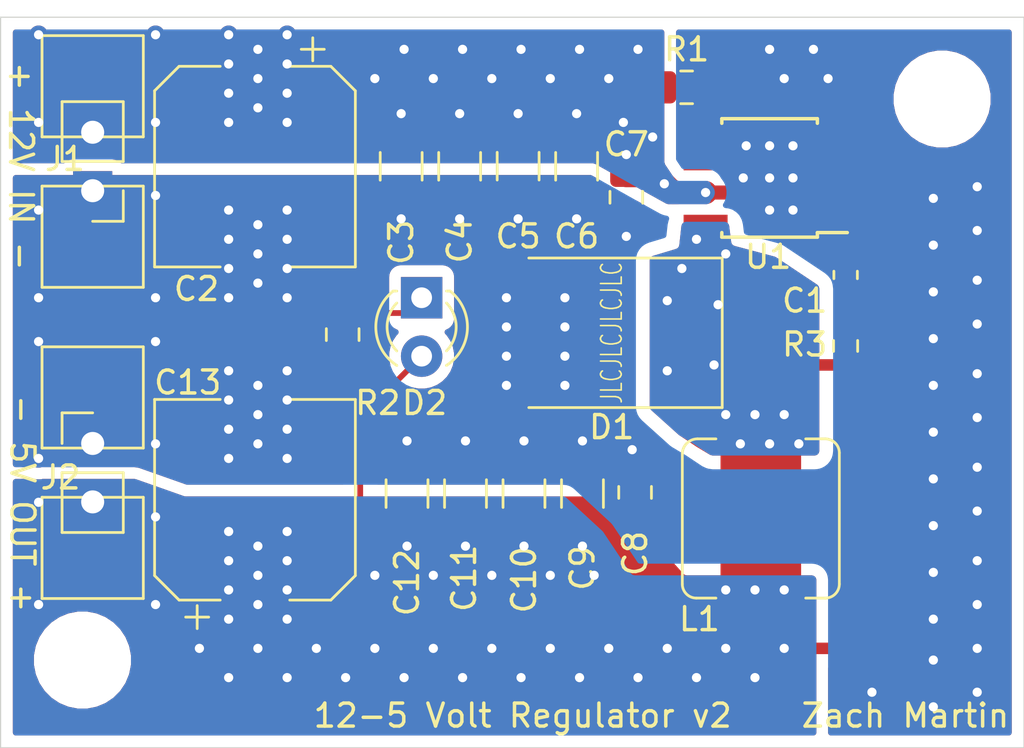
<source format=kicad_pcb>
(kicad_pcb (version 20171130) (host pcbnew 5.1.9+dfsg1-1)

  (general
    (thickness 1.6)
    (drawings 8)
    (tracks 217)
    (zones 0)
    (modules 28)
    (nets 11)
  )

  (page A4)
  (layers
    (0 F.Cu signal)
    (31 B.Cu signal)
    (32 B.Adhes user)
    (33 F.Adhes user)
    (34 B.Paste user)
    (35 F.Paste user)
    (36 B.SilkS user)
    (37 F.SilkS user)
    (38 B.Mask user)
    (39 F.Mask user)
    (40 Dwgs.User user)
    (41 Cmts.User user)
    (42 Eco1.User user)
    (43 Eco2.User user)
    (44 Edge.Cuts user)
    (45 Margin user)
    (46 B.CrtYd user)
    (47 F.CrtYd user)
    (48 B.Fab user)
    (49 F.Fab user hide)
  )

  (setup
    (last_trace_width 0.5)
    (user_trace_width 0.5)
    (user_trace_width 1)
    (user_trace_width 1.5)
    (user_trace_width 2)
    (user_trace_width 5)
    (trace_clearance 0.2)
    (zone_clearance 0.6)
    (zone_45_only no)
    (trace_min 0.2)
    (via_size 0.8)
    (via_drill 0.4)
    (via_min_size 0.4)
    (via_min_drill 0.3)
    (uvia_size 0.3)
    (uvia_drill 0.1)
    (uvias_allowed no)
    (uvia_min_size 0.2)
    (uvia_min_drill 0.1)
    (edge_width 0.05)
    (segment_width 0.2)
    (pcb_text_width 0.3)
    (pcb_text_size 1.5 1.5)
    (mod_edge_width 0.12)
    (mod_text_size 1 1)
    (mod_text_width 0.15)
    (pad_size 4 2)
    (pad_drill 0)
    (pad_to_mask_clearance 0.05)
    (aux_axis_origin 0 0)
    (visible_elements 7FFFFFFF)
    (pcbplotparams
      (layerselection 0x010fc_ffffffff)
      (usegerberextensions true)
      (usegerberattributes false)
      (usegerberadvancedattributes false)
      (creategerberjobfile false)
      (excludeedgelayer true)
      (linewidth 0.100000)
      (plotframeref false)
      (viasonmask false)
      (mode 1)
      (useauxorigin false)
      (hpglpennumber 1)
      (hpglpenspeed 20)
      (hpglpendiameter 15.000000)
      (psnegative false)
      (psa4output false)
      (plotreference true)
      (plotvalue false)
      (plotinvisibletext false)
      (padsonsilk false)
      (subtractmaskfromsilk true)
      (outputformat 1)
      (mirror false)
      (drillshape 0)
      (scaleselection 1)
      (outputdirectory "12-5_Volt_Regulator_gerbers/"))
  )

  (net 0 "")
  (net 1 GND)
  (net 2 "Net-(C1-Pad2)")
  (net 3 "Net-(R1-Pad2)")
  (net 4 "Net-(U1-Pad2)")
  (net 5 "Net-(U1-Pad3)")
  (net 6 /V_SW)
  (net 7 /12v)
  (net 8 /5v)
  (net 9 "Net-(D2-Pad1)")
  (net 10 "Net-(C1-Pad1)")

  (net_class Default "This is the default net class."
    (clearance 0.2)
    (trace_width 0.25)
    (via_dia 0.8)
    (via_drill 0.4)
    (uvia_dia 0.3)
    (uvia_drill 0.1)
    (add_net /12v)
    (add_net /5v)
    (add_net /V_SW)
    (add_net GND)
    (add_net "Net-(C1-Pad1)")
    (add_net "Net-(C1-Pad2)")
    (add_net "Net-(D2-Pad1)")
    (add_net "Net-(R1-Pad2)")
    (add_net "Net-(U1-Pad2)")
    (add_net "Net-(U1-Pad3)")
  )

  (module Resistor_SMD:R_0603_1608Metric (layer F.Cu) (tedit 5F68FEEE) (tstamp 61F9EE83)
    (at 153.162 103.695 90)
    (descr "Resistor SMD 0603 (1608 Metric), square (rectangular) end terminal, IPC_7351 nominal, (Body size source: IPC-SM-782 page 72, https://www.pcb-3d.com/wordpress/wp-content/uploads/ipc-sm-782a_amendment_1_and_2.pdf), generated with kicad-footprint-generator")
    (tags resistor)
    (path /61FB83EB)
    (attr smd)
    (fp_text reference R3 (at 0.063 -1.778 180) (layer F.SilkS)
      (effects (font (size 1 1) (thickness 0.15)))
    )
    (fp_text value 10R (at 0 1.43 90) (layer F.Fab)
      (effects (font (size 1 1) (thickness 0.15)))
    )
    (fp_text user %R (at 0 0 90) (layer F.Fab)
      (effects (font (size 0.4 0.4) (thickness 0.06)))
    )
    (fp_line (start -0.8 0.4125) (end -0.8 -0.4125) (layer F.Fab) (width 0.1))
    (fp_line (start -0.8 -0.4125) (end 0.8 -0.4125) (layer F.Fab) (width 0.1))
    (fp_line (start 0.8 -0.4125) (end 0.8 0.4125) (layer F.Fab) (width 0.1))
    (fp_line (start 0.8 0.4125) (end -0.8 0.4125) (layer F.Fab) (width 0.1))
    (fp_line (start -0.237258 -0.5225) (end 0.237258 -0.5225) (layer F.SilkS) (width 0.12))
    (fp_line (start -0.237258 0.5225) (end 0.237258 0.5225) (layer F.SilkS) (width 0.12))
    (fp_line (start -1.48 0.73) (end -1.48 -0.73) (layer F.CrtYd) (width 0.05))
    (fp_line (start -1.48 -0.73) (end 1.48 -0.73) (layer F.CrtYd) (width 0.05))
    (fp_line (start 1.48 -0.73) (end 1.48 0.73) (layer F.CrtYd) (width 0.05))
    (fp_line (start 1.48 0.73) (end -1.48 0.73) (layer F.CrtYd) (width 0.05))
    (pad 2 smd roundrect (at 0.825 0 90) (size 0.8 0.95) (layers F.Cu F.Paste F.Mask) (roundrect_rratio 0.25)
      (net 10 "Net-(C1-Pad1)"))
    (pad 1 smd roundrect (at -0.825 0 90) (size 0.8 0.95) (layers F.Cu F.Paste F.Mask) (roundrect_rratio 0.25)
      (net 6 /V_SW))
    (model ${KISYS3DMOD}/Resistor_SMD.3dshapes/R_0603_1608Metric.wrl
      (at (xyz 0 0 0))
      (scale (xyz 1 1 1))
      (rotate (xyz 0 0 0))
    )
  )

  (module TestPoint:TestPoint_Pad_4.0x4.0mm (layer F.Cu) (tedit 5A0F774F) (tstamp 60F6B691)
    (at 120.459 112.473)
    (descr "SMD rectangular pad as test Point, square 4.0mm side length")
    (tags "test point SMD pad rectangle square")
    (attr virtual)
    (fp_text reference REF** (at -0.5 -2.4) (layer F.SilkS) hide
      (effects (font (size 1 1) (thickness 0.15)))
    )
    (fp_text value TestPoint_Pad_4.0x4.0mm (at 0 3.1) (layer F.Fab)
      (effects (font (size 1 1) (thickness 0.15)))
    )
    (fp_line (start -2.2 -2.2) (end 2.2 -2.2) (layer F.SilkS) (width 0.12))
    (fp_line (start 2.2 -2.2) (end 2.2 2.2) (layer F.SilkS) (width 0.12))
    (fp_line (start 2.2 2.2) (end -2.2 2.2) (layer F.SilkS) (width 0.12))
    (fp_line (start -2.2 2.2) (end -2.2 -2.2) (layer F.SilkS) (width 0.12))
    (fp_line (start -2.5 -2.5) (end 2.5 -2.5) (layer F.CrtYd) (width 0.05))
    (fp_line (start -2.5 -2.5) (end -2.5 2.5) (layer F.CrtYd) (width 0.05))
    (fp_line (start 2.5 2.5) (end 2.5 -2.5) (layer F.CrtYd) (width 0.05))
    (fp_line (start 2.5 2.5) (end -2.5 2.5) (layer F.CrtYd) (width 0.05))
    (fp_text user %R (at -0.5 -2.4) (layer F.Fab)
      (effects (font (size 1 1) (thickness 0.15)))
    )
    (pad 1 smd rect (at 0 0) (size 4 4) (layers F.Cu F.Mask)
      (net 8 /5v))
  )

  (module TestPoint:TestPoint_Pad_4.0x4.0mm (layer F.Cu) (tedit 5A0F774F) (tstamp 60F6BDBA)
    (at 120.459 105.933)
    (descr "SMD rectangular pad as test Point, square 4.0mm side length")
    (tags "test point SMD pad rectangle square")
    (attr virtual)
    (fp_text reference REF** (at 0 -2.898) (layer F.SilkS) hide
      (effects (font (size 1 1) (thickness 0.15)))
    )
    (fp_text value TestPoint_Pad_4.0x4.0mm (at 0 3.1) (layer F.Fab)
      (effects (font (size 1 1) (thickness 0.15)))
    )
    (fp_line (start -2.2 -2.2) (end 2.2 -2.2) (layer F.SilkS) (width 0.12))
    (fp_line (start 2.2 -2.2) (end 2.2 2.2) (layer F.SilkS) (width 0.12))
    (fp_line (start 2.2 2.2) (end -2.2 2.2) (layer F.SilkS) (width 0.12))
    (fp_line (start -2.2 2.2) (end -2.2 -2.2) (layer F.SilkS) (width 0.12))
    (fp_line (start -2.5 -2.5) (end 2.5 -2.5) (layer F.CrtYd) (width 0.05))
    (fp_line (start -2.5 -2.5) (end -2.5 2.5) (layer F.CrtYd) (width 0.05))
    (fp_line (start 2.5 2.5) (end 2.5 -2.5) (layer F.CrtYd) (width 0.05))
    (fp_line (start 2.5 2.5) (end -2.5 2.5) (layer F.CrtYd) (width 0.05))
    (fp_text user %R (at 0 -2.9) (layer F.Fab)
      (effects (font (size 1 1) (thickness 0.15)))
    )
    (pad 1 smd rect (at 0 0) (size 4 4) (layers F.Cu F.Mask)
      (net 1 GND))
  )

  (module TestPoint:TestPoint_Pad_4.0x4.0mm (layer F.Cu) (tedit 5A0F774F) (tstamp 60F6BC68)
    (at 120.459 98.948)
    (descr "SMD rectangular pad as test Point, square 4.0mm side length")
    (tags "test point SMD pad rectangle square")
    (attr virtual)
    (fp_text reference REF** (at 0 -2.898) (layer F.SilkS) hide
      (effects (font (size 1 1) (thickness 0.15)))
    )
    (fp_text value TestPoint_Pad_4.0x4.0mm (at 0 3.1) (layer F.Fab)
      (effects (font (size 1 1) (thickness 0.15)))
    )
    (fp_line (start 2.5 2.5) (end -2.5 2.5) (layer F.CrtYd) (width 0.05))
    (fp_line (start 2.5 2.5) (end 2.5 -2.5) (layer F.CrtYd) (width 0.05))
    (fp_line (start -2.5 -2.5) (end -2.5 2.5) (layer F.CrtYd) (width 0.05))
    (fp_line (start -2.5 -2.5) (end 2.5 -2.5) (layer F.CrtYd) (width 0.05))
    (fp_line (start -2.2 2.2) (end -2.2 -2.2) (layer F.SilkS) (width 0.12))
    (fp_line (start 2.2 2.2) (end -2.2 2.2) (layer F.SilkS) (width 0.12))
    (fp_line (start 2.2 -2.2) (end 2.2 2.2) (layer F.SilkS) (width 0.12))
    (fp_line (start -2.2 -2.2) (end 2.2 -2.2) (layer F.SilkS) (width 0.12))
    (fp_text user %R (at 0 -2.9) (layer F.Fab)
      (effects (font (size 1 1) (thickness 0.15)))
    )
    (pad 1 smd rect (at 0 0) (size 4 4) (layers F.Cu F.Mask)
      (net 1 GND))
  )

  (module TestPoint:TestPoint_Pad_4.0x4.0mm (layer F.Cu) (tedit 5A0F774F) (tstamp 60F6BA49)
    (at 120.459 92.408)
    (descr "SMD rectangular pad as test Point, square 4.0mm side length")
    (tags "test point SMD pad rectangle square")
    (attr virtual)
    (fp_text reference REF** (at 0 -2.898) (layer F.SilkS) hide
      (effects (font (size 1 1) (thickness 0.15)))
    )
    (fp_text value TestPoint_Pad_4.0x4.0mm (at 0 3.1) (layer F.Fab)
      (effects (font (size 1 1) (thickness 0.15)))
    )
    (fp_line (start -2.2 -2.2) (end 2.2 -2.2) (layer F.SilkS) (width 0.12))
    (fp_line (start 2.2 -2.2) (end 2.2 2.2) (layer F.SilkS) (width 0.12))
    (fp_line (start 2.2 2.2) (end -2.2 2.2) (layer F.SilkS) (width 0.12))
    (fp_line (start -2.2 2.2) (end -2.2 -2.2) (layer F.SilkS) (width 0.12))
    (fp_line (start -2.5 -2.5) (end 2.5 -2.5) (layer F.CrtYd) (width 0.05))
    (fp_line (start -2.5 -2.5) (end -2.5 2.5) (layer F.CrtYd) (width 0.05))
    (fp_line (start 2.5 2.5) (end 2.5 -2.5) (layer F.CrtYd) (width 0.05))
    (fp_line (start 2.5 2.5) (end -2.5 2.5) (layer F.CrtYd) (width 0.05))
    (fp_text user %R (at 0 -2.9) (layer F.Fab)
      (effects (font (size 1 1) (thickness 0.15)))
    )
    (pad 1 smd rect (at 0 0) (size 4 4) (layers F.Cu F.Mask)
      (net 7 /12v))
  )

  (module MountingHole:MountingHole_3.2mm_M3 (layer F.Cu) (tedit 56D1B4CB) (tstamp 60F6880D)
    (at 157.353 92.964)
    (descr "Mounting Hole 3.2mm, no annular, M3")
    (tags "mounting hole 3.2mm no annular m3")
    (attr virtual)
    (fp_text reference REF** (at 0 -4.2) (layer F.SilkS) hide
      (effects (font (size 1 1) (thickness 0.15)))
    )
    (fp_text value MountingHole_3.2mm_M3 (at 0 4.2) (layer F.Fab)
      (effects (font (size 1 1) (thickness 0.15)))
    )
    (fp_circle (center 0 0) (end 3.2 0) (layer Cmts.User) (width 0.15))
    (fp_circle (center 0 0) (end 3.45 0) (layer F.CrtYd) (width 0.05))
    (fp_text user %R (at 0.3 0) (layer F.Fab)
      (effects (font (size 1 1) (thickness 0.15)))
    )
    (pad 1 np_thru_hole circle (at 0 0) (size 3.2 3.2) (drill 3.2) (layers *.Cu *.Mask))
  )

  (module MountingHole:MountingHole_3.2mm_M3 (layer F.Cu) (tedit 56D1B4CB) (tstamp 60F687F7)
    (at 120.015 117.348)
    (descr "Mounting Hole 3.2mm, no annular, M3")
    (tags "mounting hole 3.2mm no annular m3")
    (attr virtual)
    (fp_text reference REF** (at 0 -4.2) (layer F.SilkS) hide
      (effects (font (size 1 1) (thickness 0.15)))
    )
    (fp_text value MountingHole_3.2mm_M3 (at 0 4.2) (layer F.Fab)
      (effects (font (size 1 1) (thickness 0.15)))
    )
    (fp_circle (center 0 0) (end 3.45 0) (layer F.CrtYd) (width 0.05))
    (fp_circle (center 0 0) (end 3.2 0) (layer Cmts.User) (width 0.15))
    (fp_text user %R (at 0.3 0) (layer F.Fab)
      (effects (font (size 1 1) (thickness 0.15)))
    )
    (pad 1 np_thru_hole circle (at 0 0) (size 3.2 3.2) (drill 3.2) (layers *.Cu *.Mask))
  )

  (module Connector_PinHeader_2.54mm:PinHeader_1x02_P2.54mm_Vertical (layer F.Cu) (tedit 59FED5CC) (tstamp 60F62E6D)
    (at 120.459 107.933)
    (descr "Through hole straight pin header, 1x02, 2.54mm pitch, single row")
    (tags "Through hole pin header THT 1x02 2.54mm single row")
    (path /60ECFE41)
    (fp_text reference J2 (at -1.3965 1.4775) (layer F.SilkS)
      (effects (font (size 1 1) (thickness 0.15)))
    )
    (fp_text value Conn_01x02 (at 0 4.87) (layer F.Fab)
      (effects (font (size 1 1) (thickness 0.15)))
    )
    (fp_line (start 1.8 -1.8) (end -1.8 -1.8) (layer F.CrtYd) (width 0.05))
    (fp_line (start 1.8 4.35) (end 1.8 -1.8) (layer F.CrtYd) (width 0.05))
    (fp_line (start -1.8 4.35) (end 1.8 4.35) (layer F.CrtYd) (width 0.05))
    (fp_line (start -1.8 -1.8) (end -1.8 4.35) (layer F.CrtYd) (width 0.05))
    (fp_line (start -1.33 -1.33) (end 0 -1.33) (layer F.SilkS) (width 0.12))
    (fp_line (start -1.33 0) (end -1.33 -1.33) (layer F.SilkS) (width 0.12))
    (fp_line (start -1.33 1.27) (end 1.33 1.27) (layer F.SilkS) (width 0.12))
    (fp_line (start 1.33 1.27) (end 1.33 3.87) (layer F.SilkS) (width 0.12))
    (fp_line (start -1.33 1.27) (end -1.33 3.87) (layer F.SilkS) (width 0.12))
    (fp_line (start -1.33 3.87) (end 1.33 3.87) (layer F.SilkS) (width 0.12))
    (fp_line (start -1.27 -0.635) (end -0.635 -1.27) (layer F.Fab) (width 0.1))
    (fp_line (start -1.27 3.81) (end -1.27 -0.635) (layer F.Fab) (width 0.1))
    (fp_line (start 1.27 3.81) (end -1.27 3.81) (layer F.Fab) (width 0.1))
    (fp_line (start 1.27 -1.27) (end 1.27 3.81) (layer F.Fab) (width 0.1))
    (fp_line (start -0.635 -1.27) (end 1.27 -1.27) (layer F.Fab) (width 0.1))
    (fp_text user %R (at 0 1.27 90) (layer F.Fab)
      (effects (font (size 1 1) (thickness 0.15)))
    )
    (pad 1 thru_hole rect (at 0 0) (size 1.7 1.7) (drill 1) (layers *.Cu *.Mask)
      (net 1 GND))
    (pad 2 thru_hole oval (at 0 2.54) (size 1.7 1.7) (drill 1) (layers *.Cu *.Mask)
      (net 8 /5v))
    (model ${KISYS3DMOD}/Connector_PinHeader_2.54mm.3dshapes/PinHeader_1x02_P2.54mm_Vertical.wrl
      (at (xyz 0 0 0))
      (scale (xyz 1 1 1))
      (rotate (xyz 0 0 0))
    )
  )

  (module Capacitor_SMD:C_0603_1608Metric (layer F.Cu) (tedit 5B301BBE) (tstamp 60F62D1C)
    (at 153.162 100.6095 90)
    (descr "Capacitor SMD 0603 (1608 Metric), square (rectangular) end terminal, IPC_7351 nominal, (Body size source: http://www.tortai-tech.com/upload/download/2011102023233369053.pdf), generated with kicad-footprint-generator")
    (tags capacitor)
    (path /60F5292E)
    (attr smd)
    (fp_text reference C1 (at -1.1175 -1.778 180) (layer F.SilkS)
      (effects (font (size 1 1) (thickness 0.15)))
    )
    (fp_text value 10nF (at 0 1.43 90) (layer F.Fab)
      (effects (font (size 1 1) (thickness 0.15)))
    )
    (fp_line (start 1.48 0.73) (end -1.48 0.73) (layer F.CrtYd) (width 0.05))
    (fp_line (start 1.48 -0.73) (end 1.48 0.73) (layer F.CrtYd) (width 0.05))
    (fp_line (start -1.48 -0.73) (end 1.48 -0.73) (layer F.CrtYd) (width 0.05))
    (fp_line (start -1.48 0.73) (end -1.48 -0.73) (layer F.CrtYd) (width 0.05))
    (fp_line (start -0.162779 0.51) (end 0.162779 0.51) (layer F.SilkS) (width 0.12))
    (fp_line (start -0.162779 -0.51) (end 0.162779 -0.51) (layer F.SilkS) (width 0.12))
    (fp_line (start 0.8 0.4) (end -0.8 0.4) (layer F.Fab) (width 0.1))
    (fp_line (start 0.8 -0.4) (end 0.8 0.4) (layer F.Fab) (width 0.1))
    (fp_line (start -0.8 -0.4) (end 0.8 -0.4) (layer F.Fab) (width 0.1))
    (fp_line (start -0.8 0.4) (end -0.8 -0.4) (layer F.Fab) (width 0.1))
    (fp_text user %R (at 0 0 90) (layer F.Fab)
      (effects (font (size 0.4 0.4) (thickness 0.06)))
    )
    (pad 1 smd roundrect (at -0.7875 0 90) (size 0.875 0.95) (layers F.Cu F.Paste F.Mask) (roundrect_rratio 0.25)
      (net 10 "Net-(C1-Pad1)"))
    (pad 2 smd roundrect (at 0.7875 0 90) (size 0.875 0.95) (layers F.Cu F.Paste F.Mask) (roundrect_rratio 0.25)
      (net 2 "Net-(C1-Pad2)"))
    (model ${KISYS3DMOD}/Capacitor_SMD.3dshapes/C_0603_1608Metric.wrl
      (at (xyz 0 0 0))
      (scale (xyz 1 1 1))
      (rotate (xyz 0 0 0))
    )
  )

  (module Capacitor_SMD:CP_Elec_8x10.5 (layer F.Cu) (tedit 5BCA39D0) (tstamp 60F62D44)
    (at 127.508 95.902 270)
    (descr "SMD capacitor, aluminum electrolytic, Vishay 0810, 8.0x10.5mm, http://www.vishay.com/docs/28395/150crz.pdf")
    (tags "capacitor electrolytic")
    (path /60F23B31)
    (attr smd)
    (fp_text reference C2 (at 5.317 2.54 180) (layer F.SilkS)
      (effects (font (size 1 1) (thickness 0.15)))
    )
    (fp_text value 100uF (at 0 5.3 90) (layer F.Fab)
      (effects (font (size 1 1) (thickness 0.15)))
    )
    (fp_line (start -6.15 1.5) (end -4.5 1.5) (layer F.CrtYd) (width 0.05))
    (fp_line (start -6.15 -1.5) (end -6.15 1.5) (layer F.CrtYd) (width 0.05))
    (fp_line (start -4.5 -1.5) (end -6.15 -1.5) (layer F.CrtYd) (width 0.05))
    (fp_line (start -4.5 1.5) (end -4.5 3.35) (layer F.CrtYd) (width 0.05))
    (fp_line (start -4.5 -3.35) (end -4.5 -1.5) (layer F.CrtYd) (width 0.05))
    (fp_line (start -4.5 -3.35) (end -3.35 -4.5) (layer F.CrtYd) (width 0.05))
    (fp_line (start -4.5 3.35) (end -3.35 4.5) (layer F.CrtYd) (width 0.05))
    (fp_line (start -3.35 -4.5) (end 4.5 -4.5) (layer F.CrtYd) (width 0.05))
    (fp_line (start -3.35 4.5) (end 4.5 4.5) (layer F.CrtYd) (width 0.05))
    (fp_line (start 4.5 1.5) (end 4.5 4.5) (layer F.CrtYd) (width 0.05))
    (fp_line (start 6.15 1.5) (end 4.5 1.5) (layer F.CrtYd) (width 0.05))
    (fp_line (start 6.15 -1.5) (end 6.15 1.5) (layer F.CrtYd) (width 0.05))
    (fp_line (start 4.5 -1.5) (end 6.15 -1.5) (layer F.CrtYd) (width 0.05))
    (fp_line (start 4.5 -4.5) (end 4.5 -1.5) (layer F.CrtYd) (width 0.05))
    (fp_line (start -5.1 -3.01) (end -5.1 -2.01) (layer F.SilkS) (width 0.12))
    (fp_line (start -5.6 -2.51) (end -4.6 -2.51) (layer F.SilkS) (width 0.12))
    (fp_line (start -4.36 3.295563) (end -3.295563 4.36) (layer F.SilkS) (width 0.12))
    (fp_line (start -4.36 -3.295563) (end -3.295563 -4.36) (layer F.SilkS) (width 0.12))
    (fp_line (start -4.36 -3.295563) (end -4.36 -1.51) (layer F.SilkS) (width 0.12))
    (fp_line (start -4.36 3.295563) (end -4.36 1.51) (layer F.SilkS) (width 0.12))
    (fp_line (start -3.295563 4.36) (end 4.36 4.36) (layer F.SilkS) (width 0.12))
    (fp_line (start -3.295563 -4.36) (end 4.36 -4.36) (layer F.SilkS) (width 0.12))
    (fp_line (start 4.36 -4.36) (end 4.36 -1.51) (layer F.SilkS) (width 0.12))
    (fp_line (start 4.36 4.36) (end 4.36 1.51) (layer F.SilkS) (width 0.12))
    (fp_line (start -3.162278 -1.9) (end -3.162278 -1.1) (layer F.Fab) (width 0.1))
    (fp_line (start -3.562278 -1.5) (end -2.762278 -1.5) (layer F.Fab) (width 0.1))
    (fp_line (start -4.25 3.25) (end -3.25 4.25) (layer F.Fab) (width 0.1))
    (fp_line (start -4.25 -3.25) (end -3.25 -4.25) (layer F.Fab) (width 0.1))
    (fp_line (start -4.25 -3.25) (end -4.25 3.25) (layer F.Fab) (width 0.1))
    (fp_line (start -3.25 4.25) (end 4.25 4.25) (layer F.Fab) (width 0.1))
    (fp_line (start -3.25 -4.25) (end 4.25 -4.25) (layer F.Fab) (width 0.1))
    (fp_line (start 4.25 -4.25) (end 4.25 4.25) (layer F.Fab) (width 0.1))
    (fp_circle (center 0 0) (end 4 0) (layer F.Fab) (width 0.1))
    (fp_text user %R (at 0 0 90) (layer F.Fab)
      (effects (font (size 1 1) (thickness 0.15)))
    )
    (pad 1 smd roundrect (at -3.7 0 270) (size 4.4 2.5) (layers F.Cu F.Paste F.Mask) (roundrect_rratio 0.1)
      (net 7 /12v))
    (pad 2 smd roundrect (at 3.7 0 270) (size 4.4 2.5) (layers F.Cu F.Paste F.Mask) (roundrect_rratio 0.1)
      (net 1 GND))
    (model ${KISYS3DMOD}/Capacitor_SMD.3dshapes/CP_Elec_8x10.5.wrl
      (at (xyz 0 0 0))
      (scale (xyz 1 1 1))
      (rotate (xyz 0 0 0))
    )
  )

  (module Capacitor_SMD:C_1206_3216Metric (layer F.Cu) (tedit 5B301BBE) (tstamp 60F62D55)
    (at 133.858 95.888 270)
    (descr "Capacitor SMD 1206 (3216 Metric), square (rectangular) end terminal, IPC_7351 nominal, (Body size source: http://www.tortai-tech.com/upload/download/2011102023233369053.pdf), generated with kicad-footprint-generator")
    (tags capacitor)
    (path /60F2384E)
    (attr smd)
    (fp_text reference C3 (at 3.299 0 90) (layer F.SilkS)
      (effects (font (size 1 1) (thickness 0.15)))
    )
    (fp_text value 4.7uF (at 0 1.82 90) (layer F.Fab)
      (effects (font (size 1 1) (thickness 0.15)))
    )
    (fp_line (start 2.28 1.12) (end -2.28 1.12) (layer F.CrtYd) (width 0.05))
    (fp_line (start 2.28 -1.12) (end 2.28 1.12) (layer F.CrtYd) (width 0.05))
    (fp_line (start -2.28 -1.12) (end 2.28 -1.12) (layer F.CrtYd) (width 0.05))
    (fp_line (start -2.28 1.12) (end -2.28 -1.12) (layer F.CrtYd) (width 0.05))
    (fp_line (start -0.602064 0.91) (end 0.602064 0.91) (layer F.SilkS) (width 0.12))
    (fp_line (start -0.602064 -0.91) (end 0.602064 -0.91) (layer F.SilkS) (width 0.12))
    (fp_line (start 1.6 0.8) (end -1.6 0.8) (layer F.Fab) (width 0.1))
    (fp_line (start 1.6 -0.8) (end 1.6 0.8) (layer F.Fab) (width 0.1))
    (fp_line (start -1.6 -0.8) (end 1.6 -0.8) (layer F.Fab) (width 0.1))
    (fp_line (start -1.6 0.8) (end -1.6 -0.8) (layer F.Fab) (width 0.1))
    (fp_text user %R (at 0 0 90) (layer F.Fab)
      (effects (font (size 0.8 0.8) (thickness 0.12)))
    )
    (pad 1 smd roundrect (at -1.4 0 270) (size 1.25 1.75) (layers F.Cu F.Paste F.Mask) (roundrect_rratio 0.2)
      (net 7 /12v))
    (pad 2 smd roundrect (at 1.4 0 270) (size 1.25 1.75) (layers F.Cu F.Paste F.Mask) (roundrect_rratio 0.2)
      (net 1 GND))
    (model ${KISYS3DMOD}/Capacitor_SMD.3dshapes/C_1206_3216Metric.wrl
      (at (xyz 0 0 0))
      (scale (xyz 1 1 1))
      (rotate (xyz 0 0 0))
    )
  )

  (module Capacitor_SMD:C_1206_3216Metric (layer F.Cu) (tedit 5B301BBE) (tstamp 60F69D7B)
    (at 136.398 95.888 270)
    (descr "Capacitor SMD 1206 (3216 Metric), square (rectangular) end terminal, IPC_7351 nominal, (Body size source: http://www.tortai-tech.com/upload/download/2011102023233369053.pdf), generated with kicad-footprint-generator")
    (tags capacitor)
    (path /60F236F0)
    (attr smd)
    (fp_text reference C4 (at 3.2355 0 90) (layer F.SilkS)
      (effects (font (size 1 1) (thickness 0.15)))
    )
    (fp_text value 4.7uF (at 0 1.82 90) (layer F.Fab)
      (effects (font (size 1 1) (thickness 0.15)))
    )
    (fp_line (start -1.6 0.8) (end -1.6 -0.8) (layer F.Fab) (width 0.1))
    (fp_line (start -1.6 -0.8) (end 1.6 -0.8) (layer F.Fab) (width 0.1))
    (fp_line (start 1.6 -0.8) (end 1.6 0.8) (layer F.Fab) (width 0.1))
    (fp_line (start 1.6 0.8) (end -1.6 0.8) (layer F.Fab) (width 0.1))
    (fp_line (start -0.602064 -0.91) (end 0.602064 -0.91) (layer F.SilkS) (width 0.12))
    (fp_line (start -0.602064 0.91) (end 0.602064 0.91) (layer F.SilkS) (width 0.12))
    (fp_line (start -2.28 1.12) (end -2.28 -1.12) (layer F.CrtYd) (width 0.05))
    (fp_line (start -2.28 -1.12) (end 2.28 -1.12) (layer F.CrtYd) (width 0.05))
    (fp_line (start 2.28 -1.12) (end 2.28 1.12) (layer F.CrtYd) (width 0.05))
    (fp_line (start 2.28 1.12) (end -2.28 1.12) (layer F.CrtYd) (width 0.05))
    (fp_text user %R (at 0 0 90) (layer F.Fab)
      (effects (font (size 0.8 0.8) (thickness 0.12)))
    )
    (pad 2 smd roundrect (at 1.4 0 270) (size 1.25 1.75) (layers F.Cu F.Paste F.Mask) (roundrect_rratio 0.2)
      (net 1 GND))
    (pad 1 smd roundrect (at -1.4 0 270) (size 1.25 1.75) (layers F.Cu F.Paste F.Mask) (roundrect_rratio 0.2)
      (net 7 /12v))
    (model ${KISYS3DMOD}/Capacitor_SMD.3dshapes/C_1206_3216Metric.wrl
      (at (xyz 0 0 0))
      (scale (xyz 1 1 1))
      (rotate (xyz 0 0 0))
    )
  )

  (module Capacitor_SMD:C_1206_3216Metric (layer F.Cu) (tedit 5B301BBE) (tstamp 60F62D77)
    (at 138.938 95.882 270)
    (descr "Capacitor SMD 1206 (3216 Metric), square (rectangular) end terminal, IPC_7351 nominal, (Body size source: http://www.tortai-tech.com/upload/download/2011102023233369053.pdf), generated with kicad-footprint-generator")
    (tags capacitor)
    (path /60F233DA)
    (attr smd)
    (fp_text reference C5 (at 3.051 0 180) (layer F.SilkS)
      (effects (font (size 1 1) (thickness 0.15)))
    )
    (fp_text value 4.7uF (at 0 1.82 90) (layer F.Fab)
      (effects (font (size 1 1) (thickness 0.15)))
    )
    (fp_line (start 2.28 1.12) (end -2.28 1.12) (layer F.CrtYd) (width 0.05))
    (fp_line (start 2.28 -1.12) (end 2.28 1.12) (layer F.CrtYd) (width 0.05))
    (fp_line (start -2.28 -1.12) (end 2.28 -1.12) (layer F.CrtYd) (width 0.05))
    (fp_line (start -2.28 1.12) (end -2.28 -1.12) (layer F.CrtYd) (width 0.05))
    (fp_line (start -0.602064 0.91) (end 0.602064 0.91) (layer F.SilkS) (width 0.12))
    (fp_line (start -0.602064 -0.91) (end 0.602064 -0.91) (layer F.SilkS) (width 0.12))
    (fp_line (start 1.6 0.8) (end -1.6 0.8) (layer F.Fab) (width 0.1))
    (fp_line (start 1.6 -0.8) (end 1.6 0.8) (layer F.Fab) (width 0.1))
    (fp_line (start -1.6 -0.8) (end 1.6 -0.8) (layer F.Fab) (width 0.1))
    (fp_line (start -1.6 0.8) (end -1.6 -0.8) (layer F.Fab) (width 0.1))
    (fp_text user %R (at 0 0 90) (layer F.Fab)
      (effects (font (size 0.8 0.8) (thickness 0.12)))
    )
    (pad 1 smd roundrect (at -1.4 0 270) (size 1.25 1.75) (layers F.Cu F.Paste F.Mask) (roundrect_rratio 0.2)
      (net 7 /12v))
    (pad 2 smd roundrect (at 1.4 0 270) (size 1.25 1.75) (layers F.Cu F.Paste F.Mask) (roundrect_rratio 0.2)
      (net 1 GND))
    (model ${KISYS3DMOD}/Capacitor_SMD.3dshapes/C_1206_3216Metric.wrl
      (at (xyz 0 0 0))
      (scale (xyz 1 1 1))
      (rotate (xyz 0 0 0))
    )
  )

  (module Capacitor_SMD:C_1206_3216Metric (layer F.Cu) (tedit 5B301BBE) (tstamp 60F62D88)
    (at 141.478 95.888 270)
    (descr "Capacitor SMD 1206 (3216 Metric), square (rectangular) end terminal, IPC_7351 nominal, (Body size source: http://www.tortai-tech.com/upload/download/2011102023233369053.pdf), generated with kicad-footprint-generator")
    (tags capacitor)
    (path /60F23140)
    (attr smd)
    (fp_text reference C6 (at 3.045 0 180) (layer F.SilkS)
      (effects (font (size 1 1) (thickness 0.15)))
    )
    (fp_text value 4.7uF (at 0 1.82 90) (layer F.Fab)
      (effects (font (size 1 1) (thickness 0.15)))
    )
    (fp_line (start -1.6 0.8) (end -1.6 -0.8) (layer F.Fab) (width 0.1))
    (fp_line (start -1.6 -0.8) (end 1.6 -0.8) (layer F.Fab) (width 0.1))
    (fp_line (start 1.6 -0.8) (end 1.6 0.8) (layer F.Fab) (width 0.1))
    (fp_line (start 1.6 0.8) (end -1.6 0.8) (layer F.Fab) (width 0.1))
    (fp_line (start -0.602064 -0.91) (end 0.602064 -0.91) (layer F.SilkS) (width 0.12))
    (fp_line (start -0.602064 0.91) (end 0.602064 0.91) (layer F.SilkS) (width 0.12))
    (fp_line (start -2.28 1.12) (end -2.28 -1.12) (layer F.CrtYd) (width 0.05))
    (fp_line (start -2.28 -1.12) (end 2.28 -1.12) (layer F.CrtYd) (width 0.05))
    (fp_line (start 2.28 -1.12) (end 2.28 1.12) (layer F.CrtYd) (width 0.05))
    (fp_line (start 2.28 1.12) (end -2.28 1.12) (layer F.CrtYd) (width 0.05))
    (fp_text user %R (at 0 0 90) (layer F.Fab)
      (effects (font (size 0.8 0.8) (thickness 0.12)))
    )
    (pad 2 smd roundrect (at 1.4 0 270) (size 1.25 1.75) (layers F.Cu F.Paste F.Mask) (roundrect_rratio 0.2)
      (net 1 GND))
    (pad 1 smd roundrect (at -1.4 0 270) (size 1.25 1.75) (layers F.Cu F.Paste F.Mask) (roundrect_rratio 0.2)
      (net 7 /12v))
    (model ${KISYS3DMOD}/Capacitor_SMD.3dshapes/C_1206_3216Metric.wrl
      (at (xyz 0 0 0))
      (scale (xyz 1 1 1))
      (rotate (xyz 0 0 0))
    )
  )

  (module Capacitor_SMD:C_0805_2012Metric (layer F.Cu) (tedit 5B36C52B) (tstamp 60F62D99)
    (at 143.637 97.2335 270)
    (descr "Capacitor SMD 0805 (2012 Metric), square (rectangular) end terminal, IPC_7351 nominal, (Body size source: https://docs.google.com/spreadsheets/d/1BsfQQcO9C6DZCsRaXUlFlo91Tg2WpOkGARC1WS5S8t0/edit?usp=sharing), generated with kicad-footprint-generator")
    (tags capacitor)
    (path /60F22C87)
    (attr smd)
    (fp_text reference C7 (at -2.301 0 180) (layer F.SilkS)
      (effects (font (size 1 1) (thickness 0.15)))
    )
    (fp_text value 100nF (at 0 1.65 90) (layer F.Fab)
      (effects (font (size 1 1) (thickness 0.15)))
    )
    (fp_line (start -1 0.6) (end -1 -0.6) (layer F.Fab) (width 0.1))
    (fp_line (start -1 -0.6) (end 1 -0.6) (layer F.Fab) (width 0.1))
    (fp_line (start 1 -0.6) (end 1 0.6) (layer F.Fab) (width 0.1))
    (fp_line (start 1 0.6) (end -1 0.6) (layer F.Fab) (width 0.1))
    (fp_line (start -0.258578 -0.71) (end 0.258578 -0.71) (layer F.SilkS) (width 0.12))
    (fp_line (start -0.258578 0.71) (end 0.258578 0.71) (layer F.SilkS) (width 0.12))
    (fp_line (start -1.68 0.95) (end -1.68 -0.95) (layer F.CrtYd) (width 0.05))
    (fp_line (start -1.68 -0.95) (end 1.68 -0.95) (layer F.CrtYd) (width 0.05))
    (fp_line (start 1.68 -0.95) (end 1.68 0.95) (layer F.CrtYd) (width 0.05))
    (fp_line (start 1.68 0.95) (end -1.68 0.95) (layer F.CrtYd) (width 0.05))
    (fp_text user %R (at 0 0 90) (layer F.Fab)
      (effects (font (size 0.5 0.5) (thickness 0.08)))
    )
    (pad 2 smd roundrect (at 0.9375 0 270) (size 0.975 1.4) (layers F.Cu F.Paste F.Mask) (roundrect_rratio 0.25)
      (net 1 GND))
    (pad 1 smd roundrect (at -0.9375 0 270) (size 0.975 1.4) (layers F.Cu F.Paste F.Mask) (roundrect_rratio 0.25)
      (net 7 /12v))
    (model ${KISYS3DMOD}/Capacitor_SMD.3dshapes/C_0805_2012Metric.wrl
      (at (xyz 0 0 0))
      (scale (xyz 1 1 1))
      (rotate (xyz 0 0 0))
    )
  )

  (module Capacitor_SMD:C_0805_2012Metric (layer F.Cu) (tedit 5B36C52B) (tstamp 60F62DAA)
    (at 144.018 110.0605 90)
    (descr "Capacitor SMD 0805 (2012 Metric), square (rectangular) end terminal, IPC_7351 nominal, (Body size source: https://docs.google.com/spreadsheets/d/1BsfQQcO9C6DZCsRaXUlFlo91Tg2WpOkGARC1WS5S8t0/edit?usp=sharing), generated with kicad-footprint-generator")
    (tags capacitor)
    (path /60F8009B)
    (attr smd)
    (fp_text reference C8 (at -2.652 0 90) (layer F.SilkS)
      (effects (font (size 1 1) (thickness 0.15)))
    )
    (fp_text value 100nF (at 0 1.65 90) (layer F.Fab)
      (effects (font (size 1 1) (thickness 0.15)))
    )
    (fp_line (start 1.68 0.95) (end -1.68 0.95) (layer F.CrtYd) (width 0.05))
    (fp_line (start 1.68 -0.95) (end 1.68 0.95) (layer F.CrtYd) (width 0.05))
    (fp_line (start -1.68 -0.95) (end 1.68 -0.95) (layer F.CrtYd) (width 0.05))
    (fp_line (start -1.68 0.95) (end -1.68 -0.95) (layer F.CrtYd) (width 0.05))
    (fp_line (start -0.258578 0.71) (end 0.258578 0.71) (layer F.SilkS) (width 0.12))
    (fp_line (start -0.258578 -0.71) (end 0.258578 -0.71) (layer F.SilkS) (width 0.12))
    (fp_line (start 1 0.6) (end -1 0.6) (layer F.Fab) (width 0.1))
    (fp_line (start 1 -0.6) (end 1 0.6) (layer F.Fab) (width 0.1))
    (fp_line (start -1 -0.6) (end 1 -0.6) (layer F.Fab) (width 0.1))
    (fp_line (start -1 0.6) (end -1 -0.6) (layer F.Fab) (width 0.1))
    (fp_text user %R (at 0 0 90) (layer F.Fab)
      (effects (font (size 0.5 0.5) (thickness 0.08)))
    )
    (pad 1 smd roundrect (at -0.9375 0 90) (size 0.975 1.4) (layers F.Cu F.Paste F.Mask) (roundrect_rratio 0.25)
      (net 8 /5v))
    (pad 2 smd roundrect (at 0.9375 0 90) (size 0.975 1.4) (layers F.Cu F.Paste F.Mask) (roundrect_rratio 0.25)
      (net 1 GND))
    (model ${KISYS3DMOD}/Capacitor_SMD.3dshapes/C_0805_2012Metric.wrl
      (at (xyz 0 0 0))
      (scale (xyz 1 1 1))
      (rotate (xyz 0 0 0))
    )
  )

  (module Capacitor_SMD:C_1206_3216Metric (layer F.Cu) (tedit 5B301BBE) (tstamp 60F62DBB)
    (at 141.732 110.112 90)
    (descr "Capacitor SMD 1206 (3216 Metric), square (rectangular) end terminal, IPC_7351 nominal, (Body size source: http://www.tortai-tech.com/upload/download/2011102023233369053.pdf), generated with kicad-footprint-generator")
    (tags capacitor)
    (path /60F800A1)
    (attr smd)
    (fp_text reference C9 (at -3.2355 0 90) (layer F.SilkS)
      (effects (font (size 1 1) (thickness 0.15)))
    )
    (fp_text value 4.7uF (at 0 1.82 90) (layer F.Fab)
      (effects (font (size 1 1) (thickness 0.15)))
    )
    (fp_line (start -1.6 0.8) (end -1.6 -0.8) (layer F.Fab) (width 0.1))
    (fp_line (start -1.6 -0.8) (end 1.6 -0.8) (layer F.Fab) (width 0.1))
    (fp_line (start 1.6 -0.8) (end 1.6 0.8) (layer F.Fab) (width 0.1))
    (fp_line (start 1.6 0.8) (end -1.6 0.8) (layer F.Fab) (width 0.1))
    (fp_line (start -0.602064 -0.91) (end 0.602064 -0.91) (layer F.SilkS) (width 0.12))
    (fp_line (start -0.602064 0.91) (end 0.602064 0.91) (layer F.SilkS) (width 0.12))
    (fp_line (start -2.28 1.12) (end -2.28 -1.12) (layer F.CrtYd) (width 0.05))
    (fp_line (start -2.28 -1.12) (end 2.28 -1.12) (layer F.CrtYd) (width 0.05))
    (fp_line (start 2.28 -1.12) (end 2.28 1.12) (layer F.CrtYd) (width 0.05))
    (fp_line (start 2.28 1.12) (end -2.28 1.12) (layer F.CrtYd) (width 0.05))
    (fp_text user %R (at 0 0 90) (layer F.Fab)
      (effects (font (size 0.8 0.8) (thickness 0.12)))
    )
    (pad 2 smd roundrect (at 1.4 0 90) (size 1.25 1.75) (layers F.Cu F.Paste F.Mask) (roundrect_rratio 0.2)
      (net 1 GND))
    (pad 1 smd roundrect (at -1.4 0 90) (size 1.25 1.75) (layers F.Cu F.Paste F.Mask) (roundrect_rratio 0.2)
      (net 8 /5v))
    (model ${KISYS3DMOD}/Capacitor_SMD.3dshapes/C_1206_3216Metric.wrl
      (at (xyz 0 0 0))
      (scale (xyz 1 1 1))
      (rotate (xyz 0 0 0))
    )
  )

  (module Capacitor_SMD:C_1206_3216Metric (layer F.Cu) (tedit 5B301BBE) (tstamp 60F62DCC)
    (at 139.192 110.112 90)
    (descr "Capacitor SMD 1206 (3216 Metric), square (rectangular) end terminal, IPC_7351 nominal, (Body size source: http://www.tortai-tech.com/upload/download/2011102023233369053.pdf), generated with kicad-footprint-generator")
    (tags capacitor)
    (path /60F800A7)
    (attr smd)
    (fp_text reference C10 (at -3.7435 0 90) (layer F.SilkS)
      (effects (font (size 1 1) (thickness 0.15)))
    )
    (fp_text value 4.7uF (at 0 1.82 90) (layer F.Fab)
      (effects (font (size 1 1) (thickness 0.15)))
    )
    (fp_line (start 2.28 1.12) (end -2.28 1.12) (layer F.CrtYd) (width 0.05))
    (fp_line (start 2.28 -1.12) (end 2.28 1.12) (layer F.CrtYd) (width 0.05))
    (fp_line (start -2.28 -1.12) (end 2.28 -1.12) (layer F.CrtYd) (width 0.05))
    (fp_line (start -2.28 1.12) (end -2.28 -1.12) (layer F.CrtYd) (width 0.05))
    (fp_line (start -0.602064 0.91) (end 0.602064 0.91) (layer F.SilkS) (width 0.12))
    (fp_line (start -0.602064 -0.91) (end 0.602064 -0.91) (layer F.SilkS) (width 0.12))
    (fp_line (start 1.6 0.8) (end -1.6 0.8) (layer F.Fab) (width 0.1))
    (fp_line (start 1.6 -0.8) (end 1.6 0.8) (layer F.Fab) (width 0.1))
    (fp_line (start -1.6 -0.8) (end 1.6 -0.8) (layer F.Fab) (width 0.1))
    (fp_line (start -1.6 0.8) (end -1.6 -0.8) (layer F.Fab) (width 0.1))
    (fp_text user %R (at 0 0 90) (layer F.Fab)
      (effects (font (size 0.8 0.8) (thickness 0.12)))
    )
    (pad 1 smd roundrect (at -1.4 0 90) (size 1.25 1.75) (layers F.Cu F.Paste F.Mask) (roundrect_rratio 0.2)
      (net 8 /5v))
    (pad 2 smd roundrect (at 1.4 0 90) (size 1.25 1.75) (layers F.Cu F.Paste F.Mask) (roundrect_rratio 0.2)
      (net 1 GND))
    (model ${KISYS3DMOD}/Capacitor_SMD.3dshapes/C_1206_3216Metric.wrl
      (at (xyz 0 0 0))
      (scale (xyz 1 1 1))
      (rotate (xyz 0 0 0))
    )
  )

  (module Capacitor_SMD:C_1206_3216Metric (layer F.Cu) (tedit 5B301BBE) (tstamp 60F62DDD)
    (at 136.652 110.112 90)
    (descr "Capacitor SMD 1206 (3216 Metric), square (rectangular) end terminal, IPC_7351 nominal, (Body size source: http://www.tortai-tech.com/upload/download/2011102023233369053.pdf), generated with kicad-footprint-generator")
    (tags capacitor)
    (path /60F800AD)
    (attr smd)
    (fp_text reference C11 (at -3.68 -0.0635 90) (layer F.SilkS)
      (effects (font (size 1 1) (thickness 0.15)))
    )
    (fp_text value 4.7uF (at 0 1.82 90) (layer F.Fab)
      (effects (font (size 1 1) (thickness 0.15)))
    )
    (fp_line (start -1.6 0.8) (end -1.6 -0.8) (layer F.Fab) (width 0.1))
    (fp_line (start -1.6 -0.8) (end 1.6 -0.8) (layer F.Fab) (width 0.1))
    (fp_line (start 1.6 -0.8) (end 1.6 0.8) (layer F.Fab) (width 0.1))
    (fp_line (start 1.6 0.8) (end -1.6 0.8) (layer F.Fab) (width 0.1))
    (fp_line (start -0.602064 -0.91) (end 0.602064 -0.91) (layer F.SilkS) (width 0.12))
    (fp_line (start -0.602064 0.91) (end 0.602064 0.91) (layer F.SilkS) (width 0.12))
    (fp_line (start -2.28 1.12) (end -2.28 -1.12) (layer F.CrtYd) (width 0.05))
    (fp_line (start -2.28 -1.12) (end 2.28 -1.12) (layer F.CrtYd) (width 0.05))
    (fp_line (start 2.28 -1.12) (end 2.28 1.12) (layer F.CrtYd) (width 0.05))
    (fp_line (start 2.28 1.12) (end -2.28 1.12) (layer F.CrtYd) (width 0.05))
    (fp_text user %R (at 0 0 90) (layer F.Fab)
      (effects (font (size 0.8 0.8) (thickness 0.12)))
    )
    (pad 2 smd roundrect (at 1.4 0 90) (size 1.25 1.75) (layers F.Cu F.Paste F.Mask) (roundrect_rratio 0.2)
      (net 1 GND))
    (pad 1 smd roundrect (at -1.4 0 90) (size 1.25 1.75) (layers F.Cu F.Paste F.Mask) (roundrect_rratio 0.2)
      (net 8 /5v))
    (model ${KISYS3DMOD}/Capacitor_SMD.3dshapes/C_1206_3216Metric.wrl
      (at (xyz 0 0 0))
      (scale (xyz 1 1 1))
      (rotate (xyz 0 0 0))
    )
  )

  (module Capacitor_SMD:C_1206_3216Metric (layer F.Cu) (tedit 5B301BBE) (tstamp 60F62DEE)
    (at 134.112 110.112 90)
    (descr "Capacitor SMD 1206 (3216 Metric), square (rectangular) end terminal, IPC_7351 nominal, (Body size source: http://www.tortai-tech.com/upload/download/2011102023233369053.pdf), generated with kicad-footprint-generator")
    (tags capacitor)
    (path /60F800B3)
    (attr smd)
    (fp_text reference C12 (at -3.8705 0 270) (layer F.SilkS)
      (effects (font (size 1 1) (thickness 0.15)))
    )
    (fp_text value 4.7uF (at 0 1.82 90) (layer F.Fab)
      (effects (font (size 1 1) (thickness 0.15)))
    )
    (fp_line (start 2.28 1.12) (end -2.28 1.12) (layer F.CrtYd) (width 0.05))
    (fp_line (start 2.28 -1.12) (end 2.28 1.12) (layer F.CrtYd) (width 0.05))
    (fp_line (start -2.28 -1.12) (end 2.28 -1.12) (layer F.CrtYd) (width 0.05))
    (fp_line (start -2.28 1.12) (end -2.28 -1.12) (layer F.CrtYd) (width 0.05))
    (fp_line (start -0.602064 0.91) (end 0.602064 0.91) (layer F.SilkS) (width 0.12))
    (fp_line (start -0.602064 -0.91) (end 0.602064 -0.91) (layer F.SilkS) (width 0.12))
    (fp_line (start 1.6 0.8) (end -1.6 0.8) (layer F.Fab) (width 0.1))
    (fp_line (start 1.6 -0.8) (end 1.6 0.8) (layer F.Fab) (width 0.1))
    (fp_line (start -1.6 -0.8) (end 1.6 -0.8) (layer F.Fab) (width 0.1))
    (fp_line (start -1.6 0.8) (end -1.6 -0.8) (layer F.Fab) (width 0.1))
    (fp_text user %R (at 0 0 90) (layer F.Fab)
      (effects (font (size 0.8 0.8) (thickness 0.12)))
    )
    (pad 1 smd roundrect (at -1.4 0 90) (size 1.25 1.75) (layers F.Cu F.Paste F.Mask) (roundrect_rratio 0.2)
      (net 8 /5v))
    (pad 2 smd roundrect (at 1.4 0 90) (size 1.25 1.75) (layers F.Cu F.Paste F.Mask) (roundrect_rratio 0.2)
      (net 1 GND))
    (model ${KISYS3DMOD}/Capacitor_SMD.3dshapes/C_1206_3216Metric.wrl
      (at (xyz 0 0 0))
      (scale (xyz 1 1 1))
      (rotate (xyz 0 0 0))
    )
  )

  (module Capacitor_SMD:CP_Elec_8x10.5 (layer F.Cu) (tedit 5BCA39D0) (tstamp 60F62E16)
    (at 127.508 110.38 90)
    (descr "SMD capacitor, aluminum electrolytic, Vishay 0810, 8.0x10.5mm, http://www.vishay.com/docs/28395/150crz.pdf")
    (tags "capacitor electrolytic")
    (path /60F800B9)
    (attr smd)
    (fp_text reference C13 (at 5.097 -2.921) (layer F.SilkS)
      (effects (font (size 1 1) (thickness 0.15)))
    )
    (fp_text value 100uF (at 0 5.3 90) (layer F.Fab)
      (effects (font (size 1 1) (thickness 0.15)))
    )
    (fp_circle (center 0 0) (end 4 0) (layer F.Fab) (width 0.1))
    (fp_line (start 4.25 -4.25) (end 4.25 4.25) (layer F.Fab) (width 0.1))
    (fp_line (start -3.25 -4.25) (end 4.25 -4.25) (layer F.Fab) (width 0.1))
    (fp_line (start -3.25 4.25) (end 4.25 4.25) (layer F.Fab) (width 0.1))
    (fp_line (start -4.25 -3.25) (end -4.25 3.25) (layer F.Fab) (width 0.1))
    (fp_line (start -4.25 -3.25) (end -3.25 -4.25) (layer F.Fab) (width 0.1))
    (fp_line (start -4.25 3.25) (end -3.25 4.25) (layer F.Fab) (width 0.1))
    (fp_line (start -3.562278 -1.5) (end -2.762278 -1.5) (layer F.Fab) (width 0.1))
    (fp_line (start -3.162278 -1.9) (end -3.162278 -1.1) (layer F.Fab) (width 0.1))
    (fp_line (start 4.36 4.36) (end 4.36 1.51) (layer F.SilkS) (width 0.12))
    (fp_line (start 4.36 -4.36) (end 4.36 -1.51) (layer F.SilkS) (width 0.12))
    (fp_line (start -3.295563 -4.36) (end 4.36 -4.36) (layer F.SilkS) (width 0.12))
    (fp_line (start -3.295563 4.36) (end 4.36 4.36) (layer F.SilkS) (width 0.12))
    (fp_line (start -4.36 3.295563) (end -4.36 1.51) (layer F.SilkS) (width 0.12))
    (fp_line (start -4.36 -3.295563) (end -4.36 -1.51) (layer F.SilkS) (width 0.12))
    (fp_line (start -4.36 -3.295563) (end -3.295563 -4.36) (layer F.SilkS) (width 0.12))
    (fp_line (start -4.36 3.295563) (end -3.295563 4.36) (layer F.SilkS) (width 0.12))
    (fp_line (start -5.6 -2.51) (end -4.6 -2.51) (layer F.SilkS) (width 0.12))
    (fp_line (start -5.1 -3.01) (end -5.1 -2.01) (layer F.SilkS) (width 0.12))
    (fp_line (start 4.5 -4.5) (end 4.5 -1.5) (layer F.CrtYd) (width 0.05))
    (fp_line (start 4.5 -1.5) (end 6.15 -1.5) (layer F.CrtYd) (width 0.05))
    (fp_line (start 6.15 -1.5) (end 6.15 1.5) (layer F.CrtYd) (width 0.05))
    (fp_line (start 6.15 1.5) (end 4.5 1.5) (layer F.CrtYd) (width 0.05))
    (fp_line (start 4.5 1.5) (end 4.5 4.5) (layer F.CrtYd) (width 0.05))
    (fp_line (start -3.35 4.5) (end 4.5 4.5) (layer F.CrtYd) (width 0.05))
    (fp_line (start -3.35 -4.5) (end 4.5 -4.5) (layer F.CrtYd) (width 0.05))
    (fp_line (start -4.5 3.35) (end -3.35 4.5) (layer F.CrtYd) (width 0.05))
    (fp_line (start -4.5 -3.35) (end -3.35 -4.5) (layer F.CrtYd) (width 0.05))
    (fp_line (start -4.5 -3.35) (end -4.5 -1.5) (layer F.CrtYd) (width 0.05))
    (fp_line (start -4.5 1.5) (end -4.5 3.35) (layer F.CrtYd) (width 0.05))
    (fp_line (start -4.5 -1.5) (end -6.15 -1.5) (layer F.CrtYd) (width 0.05))
    (fp_line (start -6.15 -1.5) (end -6.15 1.5) (layer F.CrtYd) (width 0.05))
    (fp_line (start -6.15 1.5) (end -4.5 1.5) (layer F.CrtYd) (width 0.05))
    (fp_text user %R (at 0 0 90) (layer F.Fab)
      (effects (font (size 1 1) (thickness 0.15)))
    )
    (pad 2 smd roundrect (at 3.7 0 90) (size 4.4 2.5) (layers F.Cu F.Paste F.Mask) (roundrect_rratio 0.1)
      (net 1 GND))
    (pad 1 smd roundrect (at -3.7 0 90) (size 4.4 2.5) (layers F.Cu F.Paste F.Mask) (roundrect_rratio 0.1)
      (net 8 /5v))
    (model ${KISYS3DMOD}/Capacitor_SMD.3dshapes/CP_Elec_8x10.5.wrl
      (at (xyz 0 0 0))
      (scale (xyz 1 1 1))
      (rotate (xyz 0 0 0))
    )
  )

  (module Diode_SMD:D_SMC (layer F.Cu) (tedit 5864295D) (tstamp 60F62E2E)
    (at 143.002 103.124 180)
    (descr "Diode SMC (DO-214AB)")
    (tags "Diode SMC (DO-214AB)")
    (path /60F51BA6)
    (attr smd)
    (fp_text reference D1 (at 0 -4.1) (layer F.SilkS)
      (effects (font (size 1 1) (thickness 0.15)))
    )
    (fp_text value SK510 (at 0 4.2) (layer F.Fab)
      (effects (font (size 1 1) (thickness 0.15)))
    )
    (fp_line (start -4.8 -3.25) (end 3.6 -3.25) (layer F.SilkS) (width 0.12))
    (fp_line (start -4.8 3.25) (end 3.6 3.25) (layer F.SilkS) (width 0.12))
    (fp_line (start -0.64944 0.00102) (end 0.50118 -0.79908) (layer F.Fab) (width 0.1))
    (fp_line (start -0.64944 0.00102) (end 0.50118 0.75032) (layer F.Fab) (width 0.1))
    (fp_line (start 0.50118 0.75032) (end 0.50118 -0.79908) (layer F.Fab) (width 0.1))
    (fp_line (start -0.64944 -0.79908) (end -0.64944 0.80112) (layer F.Fab) (width 0.1))
    (fp_line (start 0.50118 0.00102) (end 1.4994 0.00102) (layer F.Fab) (width 0.1))
    (fp_line (start -0.64944 0.00102) (end -1.55114 0.00102) (layer F.Fab) (width 0.1))
    (fp_line (start -4.9 3.35) (end -4.9 -3.35) (layer F.CrtYd) (width 0.05))
    (fp_line (start 4.9 3.35) (end -4.9 3.35) (layer F.CrtYd) (width 0.05))
    (fp_line (start 4.9 -3.35) (end 4.9 3.35) (layer F.CrtYd) (width 0.05))
    (fp_line (start -4.9 -3.35) (end 4.9 -3.35) (layer F.CrtYd) (width 0.05))
    (fp_line (start 3.55 -3.1) (end -3.55 -3.1) (layer F.Fab) (width 0.1))
    (fp_line (start 3.55 -3.1) (end 3.55 3.1) (layer F.Fab) (width 0.1))
    (fp_line (start -3.55 3.1) (end -3.55 -3.1) (layer F.Fab) (width 0.1))
    (fp_line (start 3.55 3.1) (end -3.55 3.1) (layer F.Fab) (width 0.1))
    (fp_line (start -4.8 3.25) (end -4.8 -3.25) (layer F.SilkS) (width 0.12))
    (fp_text user %R (at 0 -1.9) (layer F.Fab)
      (effects (font (size 1 1) (thickness 0.15)))
    )
    (pad 1 smd rect (at -3.4 0 270) (size 3.3 2.5) (layers F.Cu F.Paste F.Mask)
      (net 6 /V_SW))
    (pad 2 smd rect (at 3.4 0 270) (size 3.3 2.5) (layers F.Cu F.Paste F.Mask)
      (net 1 GND))
    (model ${KISYS3DMOD}/Diode_SMD.3dshapes/D_SMC.wrl
      (at (xyz 0 0 0))
      (scale (xyz 1 1 1))
      (rotate (xyz 0 0 0))
    )
  )

  (module LED_THT:LED_D3.0mm (layer F.Cu) (tedit 587A3A7B) (tstamp 60F6D864)
    (at 134.747 101.6 270)
    (descr "LED, diameter 3.0mm, 2 pins")
    (tags "LED diameter 3.0mm 2 pins")
    (path /60F851D7)
    (fp_text reference D2 (at 4.572 -0.127 180) (layer F.SilkS)
      (effects (font (size 1 1) (thickness 0.15)))
    )
    (fp_text value 12v (at 1.27 2.96 90) (layer F.Fab)
      (effects (font (size 1 1) (thickness 0.15)))
    )
    (fp_line (start 3.7 -2.25) (end -1.15 -2.25) (layer F.CrtYd) (width 0.05))
    (fp_line (start 3.7 2.25) (end 3.7 -2.25) (layer F.CrtYd) (width 0.05))
    (fp_line (start -1.15 2.25) (end 3.7 2.25) (layer F.CrtYd) (width 0.05))
    (fp_line (start -1.15 -2.25) (end -1.15 2.25) (layer F.CrtYd) (width 0.05))
    (fp_line (start -0.29 1.08) (end -0.29 1.236) (layer F.SilkS) (width 0.12))
    (fp_line (start -0.29 -1.236) (end -0.29 -1.08) (layer F.SilkS) (width 0.12))
    (fp_line (start -0.23 -1.16619) (end -0.23 1.16619) (layer F.Fab) (width 0.1))
    (fp_circle (center 1.27 0) (end 2.77 0) (layer F.Fab) (width 0.1))
    (fp_arc (start 1.27 0) (end -0.23 -1.16619) (angle 284.3) (layer F.Fab) (width 0.1))
    (fp_arc (start 1.27 0) (end -0.29 -1.235516) (angle 108.8) (layer F.SilkS) (width 0.12))
    (fp_arc (start 1.27 0) (end -0.29 1.235516) (angle -108.8) (layer F.SilkS) (width 0.12))
    (fp_arc (start 1.27 0) (end 0.229039 -1.08) (angle 87.9) (layer F.SilkS) (width 0.12))
    (fp_arc (start 1.27 0) (end 0.229039 1.08) (angle -87.9) (layer F.SilkS) (width 0.12))
    (pad 1 thru_hole rect (at 0 0 270) (size 1.8 1.8) (drill 0.9) (layers *.Cu *.Mask)
      (net 9 "Net-(D2-Pad1)"))
    (pad 2 thru_hole circle (at 2.54 0 270) (size 1.8 1.8) (drill 0.9) (layers *.Cu *.Mask)
      (net 8 /5v))
    (model ${KISYS3DMOD}/LED_THT.3dshapes/LED_D3.0mm.wrl
      (at (xyz 0 0 0))
      (scale (xyz 1 1 1))
      (rotate (xyz 0 0 0))
    )
  )

  (module Connector_PinHeader_2.54mm:PinHeader_1x02_P2.54mm_Vertical (layer F.Cu) (tedit 59FED5CC) (tstamp 60F69A4E)
    (at 120.459 96.948 180)
    (descr "Through hole straight pin header, 1x02, 2.54mm pitch, single row")
    (tags "Through hole pin header THT 1x02 2.54mm single row")
    (path /60ECF3D8)
    (fp_text reference J1 (at 1.206 1.3805) (layer F.SilkS)
      (effects (font (size 1 1) (thickness 0.15)))
    )
    (fp_text value Conn_01x02 (at 0 4.87) (layer F.Fab)
      (effects (font (size 1 1) (thickness 0.15)))
    )
    (fp_line (start -0.635 -1.27) (end 1.27 -1.27) (layer F.Fab) (width 0.1))
    (fp_line (start 1.27 -1.27) (end 1.27 3.81) (layer F.Fab) (width 0.1))
    (fp_line (start 1.27 3.81) (end -1.27 3.81) (layer F.Fab) (width 0.1))
    (fp_line (start -1.27 3.81) (end -1.27 -0.635) (layer F.Fab) (width 0.1))
    (fp_line (start -1.27 -0.635) (end -0.635 -1.27) (layer F.Fab) (width 0.1))
    (fp_line (start -1.33 3.87) (end 1.33 3.87) (layer F.SilkS) (width 0.12))
    (fp_line (start -1.33 1.27) (end -1.33 3.87) (layer F.SilkS) (width 0.12))
    (fp_line (start 1.33 1.27) (end 1.33 3.87) (layer F.SilkS) (width 0.12))
    (fp_line (start -1.33 1.27) (end 1.33 1.27) (layer F.SilkS) (width 0.12))
    (fp_line (start -1.33 0) (end -1.33 -1.33) (layer F.SilkS) (width 0.12))
    (fp_line (start -1.33 -1.33) (end 0 -1.33) (layer F.SilkS) (width 0.12))
    (fp_line (start -1.8 -1.8) (end -1.8 4.35) (layer F.CrtYd) (width 0.05))
    (fp_line (start -1.8 4.35) (end 1.8 4.35) (layer F.CrtYd) (width 0.05))
    (fp_line (start 1.8 4.35) (end 1.8 -1.8) (layer F.CrtYd) (width 0.05))
    (fp_line (start 1.8 -1.8) (end -1.8 -1.8) (layer F.CrtYd) (width 0.05))
    (fp_text user %R (at 0 1.27 90) (layer F.Fab)
      (effects (font (size 1 1) (thickness 0.15)))
    )
    (pad 2 thru_hole oval (at 0 2.54 180) (size 1.7 1.7) (drill 1) (layers *.Cu *.Mask)
      (net 7 /12v))
    (pad 1 thru_hole rect (at 0 0 180) (size 1.7 1.7) (drill 1) (layers *.Cu *.Mask)
      (net 1 GND))
    (model ${KISYS3DMOD}/Connector_PinHeader_2.54mm.3dshapes/PinHeader_1x02_P2.54mm_Vertical.wrl
      (at (xyz 0 0 0))
      (scale (xyz 1 1 1))
      (rotate (xyz 0 0 0))
    )
  )

  (module Inductor_SMD:L_Bourns_SRP7028A_7.3x6.6mm (layer F.Cu) (tedit 5D90E51A) (tstamp 60F62E92)
    (at 149.479 111.194 270)
    (descr "Shielded Power Inductors (https://www.bourns.com/docs/product-datasheets/srp7028a.pdf)")
    (tags "Shielded Inductors Bourns SMD SRP7028A")
    (path /60F5AB29)
    (attr smd)
    (fp_text reference L1 (at 4.376 2.667 180) (layer F.SilkS)
      (effects (font (size 1 1) (thickness 0.15)))
    )
    (fp_text value 12uH (at 0 4.5 90) (layer F.Fab)
      (effects (font (size 1 1) (thickness 0.15)))
    )
    (fp_line (start -3.6 3.55) (end -3.6 2) (layer F.CrtYd) (width 0.05))
    (fp_line (start 3.6 2) (end 3.6 3.55) (layer F.CrtYd) (width 0.05))
    (fp_line (start 3.6 -3.55) (end 3.6 -2) (layer F.CrtYd) (width 0.05))
    (fp_line (start -3.6 -2) (end -3.6 -3.55) (layer F.CrtYd) (width 0.05))
    (fp_line (start 4.45 2) (end 3.6 2) (layer F.CrtYd) (width 0.05))
    (fp_line (start 3.6 -2) (end 4.45 -2) (layer F.CrtYd) (width 0.05))
    (fp_line (start -3.6 2) (end -4.45 2) (layer F.CrtYd) (width 0.05))
    (fp_line (start -4.45 -2) (end -3.6 -2) (layer F.CrtYd) (width 0.05))
    (fp_line (start -3.46 -1.95) (end -3.46 -2.8) (layer F.SilkS) (width 0.12))
    (fp_line (start 3.46 -2.8) (end 3.46 -1.95) (layer F.SilkS) (width 0.12))
    (fp_line (start 3.6 3.55) (end -3.6 3.55) (layer F.CrtYd) (width 0.05))
    (fp_line (start 4.45 -2) (end 4.45 2) (layer F.CrtYd) (width 0.05))
    (fp_line (start -3.6 -3.55) (end 3.6 -3.55) (layer F.CrtYd) (width 0.05))
    (fp_line (start -4.45 2) (end -4.45 -2) (layer F.CrtYd) (width 0.05))
    (fp_line (start -3.46 2.75) (end -3.46 1.95) (layer F.SilkS) (width 0.12))
    (fp_line (start 2.85 3.41) (end -2.8 3.41) (layer F.SilkS) (width 0.12))
    (fp_line (start 3.46 1.95) (end 3.46 2.8) (layer F.SilkS) (width 0.12))
    (fp_line (start -2.85 -3.41) (end 2.85 -3.41) (layer F.SilkS) (width 0.12))
    (fp_line (start -3.35 2.8) (end -3.35 -2.8) (layer F.Fab) (width 0.1))
    (fp_line (start 2.85 3.3) (end -2.85 3.3) (layer F.Fab) (width 0.1))
    (fp_line (start 3.35 -2.8) (end 3.35 2.8) (layer F.Fab) (width 0.1))
    (fp_line (start -2.85 -3.3) (end 2.85 -3.3) (layer F.Fab) (width 0.1))
    (fp_arc (start -2.85 -2.8) (end -2.85 -3.3) (angle -90) (layer F.Fab) (width 0.1))
    (fp_arc (start 2.85 -2.8) (end 3.35 -2.8) (angle -90) (layer F.Fab) (width 0.1))
    (fp_arc (start -2.85 2.8) (end -3.35 2.8) (angle -90) (layer F.Fab) (width 0.1))
    (fp_arc (start 2.85 2.8) (end 2.85 3.3) (angle -90) (layer F.Fab) (width 0.1))
    (fp_arc (start -2.85 -2.8) (end -2.85 -3.41) (angle -90) (layer F.SilkS) (width 0.12))
    (fp_arc (start 2.85 -2.8) (end 3.46 -2.8) (angle -90) (layer F.SilkS) (width 0.12))
    (fp_arc (start -2.8 2.75) (end -3.46 2.75) (angle -90) (layer F.SilkS) (width 0.12))
    (fp_arc (start 2.85 2.8) (end 2.85 3.41) (angle -90) (layer F.SilkS) (width 0.12))
    (fp_text user %R (at 0 0 90) (layer F.Fab)
      (effects (font (size 1 1) (thickness 0.15)))
    )
    (pad 1 smd rect (at -2.725 0 270) (size 2.95 3.5) (layers F.Cu F.Paste F.Mask)
      (net 6 /V_SW))
    (pad 2 smd rect (at 2.725 0 270) (size 2.95 3.5) (layers F.Cu F.Paste F.Mask)
      (net 8 /5v))
    (model ${KISYS3DMOD}/Inductor_SMD.3dshapes/L_Bourns_SRP7028A_7.3x6.6mm.wrl
      (at (xyz 0 0 0))
      (scale (xyz 1 1 1))
      (rotate (xyz 0 0 0))
    )
  )

  (module Resistor_SMD:R_0805_2012Metric (layer F.Cu) (tedit 5B36C52B) (tstamp 60F62EA3)
    (at 146.2555 92.456)
    (descr "Resistor SMD 0805 (2012 Metric), square (rectangular) end terminal, IPC_7351 nominal, (Body size source: https://docs.google.com/spreadsheets/d/1BsfQQcO9C6DZCsRaXUlFlo91Tg2WpOkGARC1WS5S8t0/edit?usp=sharing), generated with kicad-footprint-generator")
    (tags resistor)
    (path /60F90FF4)
    (attr smd)
    (fp_text reference R1 (at 0 -1.65) (layer F.SilkS)
      (effects (font (size 1 1) (thickness 0.15)))
    )
    (fp_text value 470k (at 0 1.65) (layer F.Fab)
      (effects (font (size 1 1) (thickness 0.15)))
    )
    (fp_line (start -1 0.6) (end -1 -0.6) (layer F.Fab) (width 0.1))
    (fp_line (start -1 -0.6) (end 1 -0.6) (layer F.Fab) (width 0.1))
    (fp_line (start 1 -0.6) (end 1 0.6) (layer F.Fab) (width 0.1))
    (fp_line (start 1 0.6) (end -1 0.6) (layer F.Fab) (width 0.1))
    (fp_line (start -0.258578 -0.71) (end 0.258578 -0.71) (layer F.SilkS) (width 0.12))
    (fp_line (start -0.258578 0.71) (end 0.258578 0.71) (layer F.SilkS) (width 0.12))
    (fp_line (start -1.68 0.95) (end -1.68 -0.95) (layer F.CrtYd) (width 0.05))
    (fp_line (start -1.68 -0.95) (end 1.68 -0.95) (layer F.CrtYd) (width 0.05))
    (fp_line (start 1.68 -0.95) (end 1.68 0.95) (layer F.CrtYd) (width 0.05))
    (fp_line (start 1.68 0.95) (end -1.68 0.95) (layer F.CrtYd) (width 0.05))
    (fp_text user %R (at 0 0) (layer F.Fab)
      (effects (font (size 0.5 0.5) (thickness 0.08)))
    )
    (pad 2 smd roundrect (at 0.9375 0) (size 0.975 1.4) (layers F.Cu F.Paste F.Mask) (roundrect_rratio 0.25)
      (net 3 "Net-(R1-Pad2)"))
    (pad 1 smd roundrect (at -0.9375 0) (size 0.975 1.4) (layers F.Cu F.Paste F.Mask) (roundrect_rratio 0.25)
      (net 7 /12v))
    (model ${KISYS3DMOD}/Resistor_SMD.3dshapes/R_0805_2012Metric.wrl
      (at (xyz 0 0 0))
      (scale (xyz 1 1 1))
      (rotate (xyz 0 0 0))
    )
  )

  (module Resistor_SMD:R_0805_2012Metric (layer F.Cu) (tedit 5B36C52B) (tstamp 60F62EB4)
    (at 131.318 103.2025 270)
    (descr "Resistor SMD 0805 (2012 Metric), square (rectangular) end terminal, IPC_7351 nominal, (Body size source: https://docs.google.com/spreadsheets/d/1BsfQQcO9C6DZCsRaXUlFlo91Tg2WpOkGARC1WS5S8t0/edit?usp=sharing), generated with kicad-footprint-generator")
    (tags resistor)
    (path /60F851D1)
    (attr smd)
    (fp_text reference R2 (at 2.9695 -1.524 180) (layer F.SilkS)
      (effects (font (size 1 1) (thickness 0.15)))
    )
    (fp_text value 10k (at 0 1.65 90) (layer F.Fab)
      (effects (font (size 1 1) (thickness 0.15)))
    )
    (fp_line (start 1.68 0.95) (end -1.68 0.95) (layer F.CrtYd) (width 0.05))
    (fp_line (start 1.68 -0.95) (end 1.68 0.95) (layer F.CrtYd) (width 0.05))
    (fp_line (start -1.68 -0.95) (end 1.68 -0.95) (layer F.CrtYd) (width 0.05))
    (fp_line (start -1.68 0.95) (end -1.68 -0.95) (layer F.CrtYd) (width 0.05))
    (fp_line (start -0.258578 0.71) (end 0.258578 0.71) (layer F.SilkS) (width 0.12))
    (fp_line (start -0.258578 -0.71) (end 0.258578 -0.71) (layer F.SilkS) (width 0.12))
    (fp_line (start 1 0.6) (end -1 0.6) (layer F.Fab) (width 0.1))
    (fp_line (start 1 -0.6) (end 1 0.6) (layer F.Fab) (width 0.1))
    (fp_line (start -1 -0.6) (end 1 -0.6) (layer F.Fab) (width 0.1))
    (fp_line (start -1 0.6) (end -1 -0.6) (layer F.Fab) (width 0.1))
    (fp_text user %R (at 0 0 90) (layer F.Fab)
      (effects (font (size 0.5 0.5) (thickness 0.08)))
    )
    (pad 1 smd roundrect (at -0.9375 0 270) (size 0.975 1.4) (layers F.Cu F.Paste F.Mask) (roundrect_rratio 0.25)
      (net 9 "Net-(D2-Pad1)"))
    (pad 2 smd roundrect (at 0.9375 0 270) (size 0.975 1.4) (layers F.Cu F.Paste F.Mask) (roundrect_rratio 0.25)
      (net 1 GND))
    (model ${KISYS3DMOD}/Resistor_SMD.3dshapes/R_0805_2012Metric.wrl
      (at (xyz 0 0 0))
      (scale (xyz 1 1 1))
      (rotate (xyz 0 0 0))
    )
  )

  (module Package_SO:TI_SO-PowerPAD-8 (layer F.Cu) (tedit 5A02F2D3) (tstamp 60F62ED5)
    (at 149.86 96.393 180)
    (descr "8-Lead Plastic PSOP, Exposed Die Pad (TI DDA0008B, see http://www.ti.com/lit/ds/symlink/lm3404.pdf)")
    (tags "SSOP 0.50 exposed pad")
    (path /60F16686)
    (attr smd)
    (fp_text reference U1 (at 0.0635 -3.429) (layer F.SilkS)
      (effects (font (size 1 1) (thickness 0.15)))
    )
    (fp_text value LM22676MR-5 (at 0 3.4) (layer F.Fab)
      (effects (font (size 1 1) (thickness 0.15)))
    )
    (fp_line (start -2.075 -2.375) (end -3.375 -2.375) (layer F.SilkS) (width 0.15))
    (fp_line (start -2.075 2.575) (end 2.075 2.575) (layer F.SilkS) (width 0.15))
    (fp_line (start -2.075 -2.575) (end 2.075 -2.575) (layer F.SilkS) (width 0.15))
    (fp_line (start -2.075 2.575) (end -2.075 2.375) (layer F.SilkS) (width 0.15))
    (fp_line (start 2.075 2.575) (end 2.075 2.375) (layer F.SilkS) (width 0.15))
    (fp_line (start 2.075 -2.575) (end 2.075 -2.375) (layer F.SilkS) (width 0.15))
    (fp_line (start -2.075 -2.575) (end -2.075 -2.375) (layer F.SilkS) (width 0.15))
    (fp_line (start -4 2.7) (end 4 2.7) (layer F.CrtYd) (width 0.05))
    (fp_line (start -4 -2.7) (end 4 -2.7) (layer F.CrtYd) (width 0.05))
    (fp_line (start 4 -2.7) (end 4 2.7) (layer F.CrtYd) (width 0.05))
    (fp_line (start -4 -2.7) (end -4 2.7) (layer F.CrtYd) (width 0.05))
    (fp_line (start -1.95 -1.45) (end -0.95 -2.45) (layer F.Fab) (width 0.15))
    (fp_line (start -1.95 2.45) (end -1.95 -1.45) (layer F.Fab) (width 0.15))
    (fp_line (start 1.95 2.45) (end -1.95 2.45) (layer F.Fab) (width 0.15))
    (fp_line (start 1.95 -2.45) (end 1.95 2.45) (layer F.Fab) (width 0.15))
    (fp_line (start -0.95 -2.45) (end 1.95 -2.45) (layer F.Fab) (width 0.15))
    (fp_text user %R (at 0 0) (layer F.Fab)
      (effects (font (size 1 1) (thickness 0.15)))
    )
    (pad 1 smd rect (at -2.78 -1.905 180) (size 1.91 0.61) (layers F.Cu F.Paste F.Mask)
      (net 2 "Net-(C1-Pad2)"))
    (pad 2 smd rect (at -2.78 -0.635 180) (size 1.91 0.61) (layers F.Cu F.Paste F.Mask)
      (net 4 "Net-(U1-Pad2)"))
    (pad 3 smd rect (at -2.78 0.635 180) (size 1.91 0.61) (layers F.Cu F.Paste F.Mask)
      (net 5 "Net-(U1-Pad3)"))
    (pad 4 smd rect (at -2.78 1.905 180) (size 1.91 0.61) (layers F.Cu F.Paste F.Mask)
      (net 8 /5v))
    (pad 5 smd rect (at 2.78 1.905 180) (size 1.91 0.61) (layers F.Cu F.Paste F.Mask)
      (net 3 "Net-(R1-Pad2)"))
    (pad 6 smd rect (at 2.78 0.635 180) (size 1.91 0.61) (layers F.Cu F.Paste F.Mask)
      (net 1 GND))
    (pad 7 smd rect (at 2.78 -0.635 180) (size 1.91 0.61) (layers F.Cu F.Paste F.Mask)
      (net 7 /12v))
    (pad 8 smd rect (at 2.78 -1.905 180) (size 1.91 0.61) (layers F.Cu F.Paste F.Mask)
      (net 6 /V_SW))
    (pad 9 smd rect (at 0.6025 0.775 180) (size 1.205 1.55) (layers F.Cu F.Paste F.Mask)
      (net 1 GND) (solder_paste_margin_ratio -0.2))
    (pad 9 smd rect (at 0.6025 -0.775 180) (size 1.205 1.55) (layers F.Cu F.Paste F.Mask)
      (net 1 GND) (solder_paste_margin_ratio -0.2))
    (pad 9 smd rect (at -0.6025 0.775 180) (size 1.205 1.55) (layers F.Cu F.Paste F.Mask)
      (net 1 GND) (solder_paste_margin_ratio -0.2))
    (pad 9 smd rect (at -0.6025 -0.775 180) (size 1.205 1.55) (layers F.Cu F.Paste F.Mask)
      (net 1 GND) (solder_paste_margin_ratio -0.2))
    (model ${KISYS3DMOD}/Package_SO.3dshapes/TI_SO-PowerPAD-8.wrl
      (at (xyz 0 0 0))
      (scale (xyz 1 1 1))
      (rotate (xyz 0 0 0))
    )
  )

  (gr_text JLCJLCJLCJLC (at 143.002 103.124 90) (layer F.SilkS)
    (effects (font (size 0.9 0.6) (thickness 0.07)))
  )
  (gr_text "12-5 Volt Regulator v2    Zach Martin" (at 145.161 119.761) (layer F.SilkS)
    (effects (font (size 1 1) (thickness 0.15)))
  )
  (gr_text "+ 12V IN -" (at 117.348 95.885 270) (layer F.SilkS)
    (effects (font (size 1 1) (thickness 0.15)))
  )
  (gr_text "- 5V OUT +" (at 117.4115 110.5535 270) (layer F.SilkS)
    (effects (font (size 1 1) (thickness 0.15)))
  )
  (gr_line (start 116.459 89.408) (end 160.909 89.408) (layer Edge.Cuts) (width 0.05) (tstamp 60F68823))
  (gr_line (start 160.909 89.408) (end 160.909 121.158) (layer Edge.Cuts) (width 0.05) (tstamp 60F6881C))
  (gr_line (start 116.459 121.158) (end 160.909 121.158) (layer Edge.Cuts) (width 0.05))
  (gr_line (start 116.459 89.408) (end 116.459 121.158) (layer Edge.Cuts) (width 0.05))

  (via (at 158.877 98.679) (size 0.8) (drill 0.4) (layers F.Cu B.Cu) (net 1) (tstamp 61F9FCD6))
  (via (at 158.877 96.774) (size 0.8) (drill 0.4) (layers F.Cu B.Cu) (net 1) (tstamp 61F9FCD7))
  (via (at 156.972 99.314) (size 0.8) (drill 0.4) (layers F.Cu B.Cu) (net 1) (tstamp 61F9FCD8))
  (via (at 156.972 97.282) (size 0.8) (drill 0.4) (layers F.Cu B.Cu) (net 1) (tstamp 61F9FCD9))
  (via (at 158.877 102.743) (size 0.8) (drill 0.4) (layers F.Cu B.Cu) (net 1) (tstamp 61F9FCD6))
  (via (at 158.877 100.838) (size 0.8) (drill 0.4) (layers F.Cu B.Cu) (net 1) (tstamp 61F9FCD7))
  (via (at 156.972 103.378) (size 0.8) (drill 0.4) (layers F.Cu B.Cu) (net 1) (tstamp 61F9FCD8))
  (via (at 156.972 101.346) (size 0.8) (drill 0.4) (layers F.Cu B.Cu) (net 1) (tstamp 61F9FCD9))
  (via (at 158.877 106.807) (size 0.8) (drill 0.4) (layers F.Cu B.Cu) (net 1) (tstamp 61F9FCD6))
  (via (at 158.877 104.902) (size 0.8) (drill 0.4) (layers F.Cu B.Cu) (net 1) (tstamp 61F9FCD7))
  (via (at 156.972 107.442) (size 0.8) (drill 0.4) (layers F.Cu B.Cu) (net 1) (tstamp 61F9FCD8))
  (via (at 156.972 105.41) (size 0.8) (drill 0.4) (layers F.Cu B.Cu) (net 1) (tstamp 61F9FCD9))
  (via (at 158.877 110.871) (size 0.8) (drill 0.4) (layers F.Cu B.Cu) (net 1) (tstamp 61F9FCD6))
  (via (at 158.877 108.966) (size 0.8) (drill 0.4) (layers F.Cu B.Cu) (net 1) (tstamp 61F9FCD7))
  (via (at 156.972 111.506) (size 0.8) (drill 0.4) (layers F.Cu B.Cu) (net 1) (tstamp 61F9FCD8))
  (via (at 156.972 109.474) (size 0.8) (drill 0.4) (layers F.Cu B.Cu) (net 1) (tstamp 61F9FCD9))
  (via (at 158.877 114.935) (size 0.8) (drill 0.4) (layers F.Cu B.Cu) (net 1) (tstamp 61F9FCD6))
  (via (at 158.877 113.03) (size 0.8) (drill 0.4) (layers F.Cu B.Cu) (net 1) (tstamp 61F9FCD7))
  (via (at 156.972 115.57) (size 0.8) (drill 0.4) (layers F.Cu B.Cu) (net 1) (tstamp 61F9FCD8))
  (via (at 156.972 113.538) (size 0.8) (drill 0.4) (layers F.Cu B.Cu) (net 1) (tstamp 61F9FCD9))
  (via (at 158.877 118.745) (size 0.8) (drill 0.4) (layers F.Cu B.Cu) (net 1) (tstamp 61F9FCD6))
  (via (at 158.877 116.84) (size 0.8) (drill 0.4) (layers F.Cu B.Cu) (net 1) (tstamp 61F9FCD7))
  (via (at 156.972 119.38) (size 0.8) (drill 0.4) (layers F.Cu B.Cu) (net 1) (tstamp 61F9FCD8))
  (via (at 156.972 117.348) (size 0.8) (drill 0.4) (layers F.Cu B.Cu) (net 1) (tstamp 61F9FCD9))
  (via (at 138.43 104.14) (size 0.8) (drill 0.4) (layers F.Cu B.Cu) (net 1))
  (via (at 138.43 102.87) (size 0.8) (drill 0.4) (layers F.Cu B.Cu) (net 1))
  (via (at 138.43 101.6) (size 0.8) (drill 0.4) (layers F.Cu B.Cu) (net 1))
  (via (at 127.635 100.965) (size 0.8) (drill 0.4) (layers F.Cu B.Cu) (net 1))
  (via (at 127.635 99.695) (size 0.8) (drill 0.4) (layers F.Cu B.Cu) (net 1))
  (via (at 127.635 98.425) (size 0.8) (drill 0.4) (layers F.Cu B.Cu) (net 1))
  (via (at 126.365 97.79) (size 0.8) (drill 0.4) (layers F.Cu B.Cu) (net 1))
  (via (at 126.365 99.06) (size 0.8) (drill 0.4) (layers F.Cu B.Cu) (net 1))
  (via (at 126.365 100.33) (size 0.8) (drill 0.4) (layers F.Cu B.Cu) (net 1))
  (via (at 126.365 101.6) (size 0.8) (drill 0.4) (layers F.Cu B.Cu) (net 1))
  (via (at 126.365 104.775) (size 0.8) (drill 0.4) (layers F.Cu B.Cu) (net 1))
  (via (at 127.635 105.41) (size 0.8) (drill 0.4) (layers F.Cu B.Cu) (net 1))
  (via (at 126.365 106.045) (size 0.8) (drill 0.4) (layers F.Cu B.Cu) (net 1))
  (via (at 127.635 106.68) (size 0.8) (drill 0.4) (layers F.Cu B.Cu) (net 1))
  (via (at 126.365 107.315) (size 0.8) (drill 0.4) (layers F.Cu B.Cu) (net 1))
  (via (at 127.635 107.95) (size 0.8) (drill 0.4) (layers F.Cu B.Cu) (net 1))
  (via (at 126.365 108.585) (size 0.8) (drill 0.4) (layers F.Cu B.Cu) (net 1))
  (via (at 150.876 96.393) (size 0.8) (drill 0.4) (layers F.Cu B.Cu) (net 1))
  (via (at 149.86 96.393) (size 0.8) (drill 0.4) (layers F.Cu B.Cu) (net 1))
  (via (at 148.717 96.393) (size 0.8) (drill 0.4) (layers F.Cu B.Cu) (net 1))
  (via (at 149.86 97.79) (size 0.8) (drill 0.4) (layers F.Cu B.Cu) (net 1))
  (via (at 150.876 97.79) (size 0.8) (drill 0.4) (layers F.Cu B.Cu) (net 1))
  (via (at 149.86 94.996) (size 0.8) (drill 0.4) (layers F.Cu B.Cu) (net 1))
  (via (at 150.876 94.996) (size 0.8) (drill 0.4) (layers F.Cu B.Cu) (net 1))
  (via (at 148.844 94.996) (size 0.8) (drill 0.4) (layers F.Cu B.Cu) (net 1))
  (segment (start 149.1175 95.758) (end 149.2575 95.618) (width 0.5) (layer F.Cu) (net 1))
  (segment (start 147.08 95.758) (end 149.1175 95.758) (width 0.5) (layer F.Cu) (net 1))
  (segment (start 149.2575 95.618) (end 149.2575 95.618) (width 0.5) (layer F.Cu) (net 1) (tstamp 60F692A5))
  (via (at 136.652 107.823) (size 0.8) (drill 0.4) (layers F.Cu B.Cu) (net 1))
  (via (at 139.192 107.823) (size 0.8) (drill 0.4) (layers F.Cu B.Cu) (net 1))
  (via (at 134.112 107.823) (size 0.8) (drill 0.4) (layers F.Cu B.Cu) (net 1))
  (via (at 141.732 107.823) (size 0.8) (drill 0.4) (layers F.Cu B.Cu) (net 1))
  (via (at 133.858 98.171) (size 0.8) (drill 0.4) (layers F.Cu B.Cu) (net 1))
  (via (at 136.398 98.171) (size 0.8) (drill 0.4) (layers F.Cu B.Cu) (net 1))
  (via (at 138.938 98.171) (size 0.8) (drill 0.4) (layers F.Cu B.Cu) (net 1))
  (via (at 141.478 98.171) (size 0.8) (drill 0.4) (layers F.Cu B.Cu) (net 1))
  (via (at 143.637 98.933) (size 0.8) (drill 0.4) (layers F.Cu B.Cu) (net 1))
  (via (at 128.905 108.585) (size 0.8) (drill 0.4) (layers F.Cu B.Cu) (net 1))
  (via (at 128.905 107.315) (size 0.8) (drill 0.4) (layers F.Cu B.Cu) (net 1))
  (via (at 128.905 106.045) (size 0.8) (drill 0.4) (layers F.Cu B.Cu) (net 1))
  (via (at 128.905 104.775) (size 0.8) (drill 0.4) (layers F.Cu B.Cu) (net 1))
  (via (at 128.905 101.6) (size 0.8) (drill 0.4) (layers F.Cu B.Cu) (net 1))
  (via (at 128.905 100.33) (size 0.8) (drill 0.4) (layers F.Cu B.Cu) (net 1))
  (via (at 128.905 99.06) (size 0.8) (drill 0.4) (layers F.Cu B.Cu) (net 1))
  (via (at 128.905 97.79) (size 0.8) (drill 0.4) (layers F.Cu B.Cu) (net 1))
  (via (at 138.43 105.41) (size 0.8) (drill 0.4) (layers F.Cu B.Cu) (net 1))
  (via (at 140.97 101.6) (size 0.8) (drill 0.4) (layers F.Cu B.Cu) (net 1))
  (via (at 140.97 102.87) (size 0.8) (drill 0.4) (layers F.Cu B.Cu) (net 1))
  (via (at 140.97 104.14) (size 0.8) (drill 0.4) (layers F.Cu B.Cu) (net 1))
  (via (at 140.97 105.41) (size 0.8) (drill 0.4) (layers F.Cu B.Cu) (net 1))
  (via (at 149.86 90.805) (size 0.8) (drill 0.4) (layers F.Cu B.Cu) (net 1))
  (via (at 151.765 90.805) (size 0.8) (drill 0.4) (layers F.Cu B.Cu) (net 1))
  (via (at 150.495 92.075) (size 0.8) (drill 0.4) (layers F.Cu B.Cu) (net 1))
  (via (at 152.4 92.075) (size 0.8) (drill 0.4) (layers F.Cu B.Cu) (net 1))
  (via (at 143.891 108.204) (size 0.8) (drill 0.4) (layers F.Cu B.Cu) (net 1))
  (via (at 154.305 118.745) (size 0.8) (drill 0.4) (layers F.Cu B.Cu) (net 1))
  (segment (start 129.54 104.14) (end 128.905 104.775) (width 0.25) (layer F.Cu) (net 1))
  (segment (start 131.318 104.14) (end 129.54 104.14) (width 0.25) (layer F.Cu) (net 1))
  (via (at 118.11 101.6) (size 0.8) (drill 0.4) (layers F.Cu B.Cu) (net 1))
  (via (at 123.19 101.6) (size 0.8) (drill 0.4) (layers F.Cu B.Cu) (net 1))
  (via (at 123.19 103.505) (size 0.8) (drill 0.4) (layers F.Cu B.Cu) (net 1))
  (via (at 118.11 103.505) (size 0.8) (drill 0.4) (layers F.Cu B.Cu) (net 1))
  (via (at 118.11 108.585) (size 0.8) (drill 0.4) (layers F.Cu B.Cu) (net 1))
  (via (at 123.19 107.95) (size 0.8) (drill 0.4) (layers F.Cu B.Cu) (net 1))
  (via (at 118.11 97.79) (size 0.8) (drill 0.4) (layers F.Cu B.Cu) (net 1))
  (via (at 123.19 97.155) (size 0.8) (drill 0.4) (layers F.Cu B.Cu) (net 1))
  (segment (start 152.4 98.538) (end 152.64 98.298) (width 0.5) (layer F.Cu) (net 2))
  (segment (start 153.162 98.82) (end 152.64 98.298) (width 0.5) (layer F.Cu) (net 2))
  (segment (start 153.162 99.822) (end 153.162 98.82) (width 0.5) (layer F.Cu) (net 2))
  (segment (start 147.193 92.456) (end 147.193 94.107) (width 1) (layer F.Cu) (net 3))
  (segment (start 147.08 94.502) (end 147.08 94.488) (width 0.5) (layer F.Cu) (net 3))
  (via (at 151.13 107.95) (size 0.8) (drill 0.4) (layers F.Cu B.Cu) (net 6))
  (via (at 149.86 107.95) (size 0.8) (drill 0.4) (layers F.Cu B.Cu) (net 6))
  (via (at 148.59 107.95) (size 0.8) (drill 0.4) (layers F.Cu B.Cu) (net 6))
  (via (at 147.447 104.521) (size 0.8) (drill 0.4) (layers F.Cu B.Cu) (net 6))
  (via (at 145.415 101.727) (size 0.8) (drill 0.4) (layers F.Cu B.Cu) (net 6))
  (segment (start 146.656 102.87) (end 146.402 103.124) (width 1.5) (layer F.Cu) (net 6))
  (segment (start 147.875 101.651) (end 147.623 101.903) (width 0.5) (layer F.Cu) (net 6))
  (via (at 147.955 106.68) (size 0.8) (drill 0.4) (layers F.Cu B.Cu) (net 6))
  (via (at 149.225 106.68) (size 0.8) (drill 0.4) (layers F.Cu B.Cu) (net 6))
  (via (at 150.495 106.68) (size 0.8) (drill 0.4) (layers F.Cu B.Cu) (net 6))
  (via (at 145.415 104.775) (size 0.8) (drill 0.4) (layers F.Cu B.Cu) (net 6))
  (segment (start 147.623 101.903) (end 146.402 103.124) (width 0.5) (layer F.Cu) (net 6) (tstamp 60F70701))
  (via (at 147.623 101.903) (size 0.8) (drill 0.4) (layers F.Cu B.Cu) (net 6))
  (via (at 146.685 99.06) (size 0.8) (drill 0.4) (layers F.Cu B.Cu) (net 6))
  (via (at 147.955 99.695) (size 0.8) (drill 0.4) (layers F.Cu B.Cu) (net 6))
  (via (at 146.05 100.33) (size 0.8) (drill 0.4) (layers F.Cu B.Cu) (net 6))
  (segment (start 147.08 98.665) (end 146.685 99.06) (width 0.25) (layer F.Cu) (net 6))
  (segment (start 147.08 98.298) (end 147.08 98.665) (width 0.25) (layer F.Cu) (net 6))
  (segment (start 151.385 104.52) (end 149.225 106.68) (width 0.5) (layer F.Cu) (net 6))
  (segment (start 153.162 104.52) (end 151.385 104.52) (width 0.5) (layer F.Cu) (net 6))
  (via (at 126.365 90.17) (size 0.8) (drill 0.4) (layers F.Cu B.Cu) (net 7))
  (via (at 126.365 91.44) (size 0.8) (drill 0.4) (layers F.Cu B.Cu) (net 7))
  (via (at 126.365 92.71) (size 0.8) (drill 0.4) (layers F.Cu B.Cu) (net 7))
  (via (at 127.635 90.805) (size 0.8) (drill 0.4) (layers F.Cu B.Cu) (net 7))
  (via (at 127.635 92.075) (size 0.8) (drill 0.4) (layers F.Cu B.Cu) (net 7))
  (via (at 127.635 93.345) (size 0.8) (drill 0.4) (layers F.Cu B.Cu) (net 7))
  (via (at 126.365 93.98) (size 0.8) (drill 0.4) (layers F.Cu B.Cu) (net 7))
  (segment (start 144.937 96.296) (end 143.637 96.296) (width 1) (layer F.Cu) (net 7))
  (segment (start 145.669 97.028) (end 145.288 96.647) (width 1) (layer F.Cu) (net 7))
  (segment (start 147.08 97.028) (end 147.08 97.028) (width 1) (layer F.Cu) (net 7))
  (via (at 133.858 93.599) (size 0.8) (drill 0.4) (layers F.Cu B.Cu) (net 7))
  (via (at 136.398 93.599) (size 0.8) (drill 0.4) (layers F.Cu B.Cu) (net 7))
  (via (at 138.938 93.599) (size 0.8) (drill 0.4) (layers F.Cu B.Cu) (net 7))
  (via (at 141.478 93.599) (size 0.8) (drill 0.4) (layers F.Cu B.Cu) (net 7))
  (via (at 143.637 95.377) (size 0.8) (drill 0.4) (layers F.Cu B.Cu) (net 7))
  (segment (start 147.08 97.028) (end 145.669 97.028) (width 1) (layer F.Cu) (net 7) (tstamp 60F70613))
  (via (at 147.08 97.028) (size 0.8) (drill 0.4) (layers F.Cu B.Cu) (net 7))
  (segment (start 145.288 96.647) (end 144.937 96.296) (width 1) (layer F.Cu) (net 7) (tstamp 60F70615))
  (via (at 145.288 96.647) (size 0.8) (drill 0.4) (layers F.Cu B.Cu) (net 7))
  (via (at 144.78 94.615) (size 0.8) (drill 0.4) (layers F.Cu B.Cu) (net 7))
  (via (at 143.51 93.98) (size 0.8) (drill 0.4) (layers F.Cu B.Cu) (net 7))
  (via (at 128.905 93.98) (size 0.8) (drill 0.4) (layers F.Cu B.Cu) (net 7))
  (via (at 128.905 92.71) (size 0.8) (drill 0.4) (layers F.Cu B.Cu) (net 7))
  (via (at 128.905 91.44) (size 0.8) (drill 0.4) (layers F.Cu B.Cu) (net 7))
  (via (at 128.905 90.17) (size 0.8) (drill 0.4) (layers F.Cu B.Cu) (net 7))
  (via (at 144.145 90.805) (size 0.8) (drill 0.4) (layers F.Cu B.Cu) (net 7))
  (via (at 142.875 92.075) (size 0.8) (drill 0.4) (layers F.Cu B.Cu) (net 7))
  (via (at 141.605 90.805) (size 0.8) (drill 0.4) (layers F.Cu B.Cu) (net 7))
  (via (at 140.335 92.075) (size 0.8) (drill 0.4) (layers F.Cu B.Cu) (net 7))
  (via (at 139.065 90.805) (size 0.8) (drill 0.4) (layers F.Cu B.Cu) (net 7))
  (via (at 137.795 92.075) (size 0.8) (drill 0.4) (layers F.Cu B.Cu) (net 7))
  (via (at 136.525 90.805) (size 0.8) (drill 0.4) (layers F.Cu B.Cu) (net 7))
  (via (at 135.255 92.075) (size 0.8) (drill 0.4) (layers F.Cu B.Cu) (net 7))
  (via (at 133.985 90.805) (size 0.8) (drill 0.4) (layers F.Cu B.Cu) (net 7))
  (via (at 132.715 92.075) (size 0.8) (drill 0.4) (layers F.Cu B.Cu) (net 7))
  (via (at 123.19 90.17) (size 0.8) (drill 0.4) (layers F.Cu B.Cu) (net 7))
  (via (at 118.11 90.17) (size 0.8) (drill 0.4) (layers F.Cu B.Cu) (net 7))
  (via (at 118.11 93.98) (size 0.8) (drill 0.4) (layers F.Cu B.Cu) (net 7))
  (via (at 123.19 93.98) (size 0.8) (drill 0.4) (layers F.Cu B.Cu) (net 7))
  (segment (start 145.318 91.978) (end 144.145 90.805) (width 0.25) (layer F.Cu) (net 7))
  (segment (start 145.318 92.456) (end 145.318 91.978) (width 0.25) (layer F.Cu) (net 7))
  (via (at 150.495 114.3) (size 0.8) (drill 0.4) (layers F.Cu B.Cu) (net 8))
  (via (at 149.225 114.3) (size 0.8) (drill 0.4) (layers F.Cu B.Cu) (net 8))
  (via (at 147.955 114.3) (size 0.8) (drill 0.4) (layers F.Cu B.Cu) (net 8))
  (via (at 126.365 115.57) (size 0.8) (drill 0.4) (layers F.Cu B.Cu) (net 8))
  (via (at 127.635 114.935) (size 0.8) (drill 0.4) (layers F.Cu B.Cu) (net 8))
  (via (at 126.365 114.3) (size 0.8) (drill 0.4) (layers F.Cu B.Cu) (net 8))
  (via (at 127.635 113.665) (size 0.8) (drill 0.4) (layers F.Cu B.Cu) (net 8))
  (via (at 126.365 113.03) (size 0.8) (drill 0.4) (layers F.Cu B.Cu) (net 8))
  (via (at 127.635 112.395) (size 0.8) (drill 0.4) (layers F.Cu B.Cu) (net 8))
  (via (at 141.732 112.395) (size 0.8) (drill 0.4) (layers F.Cu B.Cu) (net 8))
  (via (at 139.192 112.395) (size 0.8) (drill 0.4) (layers F.Cu B.Cu) (net 8) (tstamp 60F705A5))
  (via (at 136.652 112.395) (size 0.8) (drill 0.4) (layers F.Cu B.Cu) (net 8) (tstamp 60F705AA))
  (via (at 134.112 112.395) (size 0.8) (drill 0.4) (layers F.Cu B.Cu) (net 8))
  (via (at 126.365 111.76) (size 0.8) (drill 0.4) (layers F.Cu B.Cu) (net 8))
  (via (at 128.905 111.76) (size 0.8) (drill 0.4) (layers F.Cu B.Cu) (net 8))
  (via (at 128.905 113.03) (size 0.8) (drill 0.4) (layers F.Cu B.Cu) (net 8))
  (via (at 128.905 114.3) (size 0.8) (drill 0.4) (layers F.Cu B.Cu) (net 8))
  (via (at 128.905 115.57) (size 0.8) (drill 0.4) (layers F.Cu B.Cu) (net 8))
  (via (at 142.24 113.665) (size 0.8) (drill 0.4) (layers F.Cu B.Cu) (net 8))
  (via (at 140.335 113.665) (size 0.8) (drill 0.4) (layers F.Cu B.Cu) (net 8))
  (via (at 137.795 113.665) (size 0.8) (drill 0.4) (layers F.Cu B.Cu) (net 8))
  (via (at 135.255 113.665) (size 0.8) (drill 0.4) (layers F.Cu B.Cu) (net 8))
  (via (at 132.715 113.665) (size 0.8) (drill 0.4) (layers F.Cu B.Cu) (net 8))
  (segment (start 132.08 113.03) (end 132.715 113.665) (width 0.25) (layer F.Cu) (net 8))
  (segment (start 132.08 106.807) (end 132.08 113.03) (width 0.25) (layer F.Cu) (net 8))
  (segment (start 134.747 104.14) (end 132.08 106.807) (width 0.25) (layer F.Cu) (net 8))
  (via (at 150.495 116.84) (size 0.8) (drill 0.4) (layers F.Cu B.Cu) (net 8))
  (via (at 149.225 118.11) (size 0.8) (drill 0.4) (layers F.Cu B.Cu) (net 8))
  (via (at 147.955 116.84) (size 0.8) (drill 0.4) (layers F.Cu B.Cu) (net 8))
  (via (at 146.685 118.11) (size 0.8) (drill 0.4) (layers F.Cu B.Cu) (net 8))
  (via (at 145.415 116.84) (size 0.8) (drill 0.4) (layers F.Cu B.Cu) (net 8))
  (via (at 144.145 118.11) (size 0.8) (drill 0.4) (layers F.Cu B.Cu) (net 8))
  (via (at 142.875 116.84) (size 0.8) (drill 0.4) (layers F.Cu B.Cu) (net 8))
  (via (at 141.605 118.11) (size 0.8) (drill 0.4) (layers F.Cu B.Cu) (net 8))
  (via (at 140.335 116.84) (size 0.8) (drill 0.4) (layers F.Cu B.Cu) (net 8))
  (via (at 139.065 118.11) (size 0.8) (drill 0.4) (layers F.Cu B.Cu) (net 8))
  (via (at 137.795 116.84) (size 0.8) (drill 0.4) (layers F.Cu B.Cu) (net 8))
  (via (at 136.525 118.11) (size 0.8) (drill 0.4) (layers F.Cu B.Cu) (net 8))
  (via (at 135.255 116.84) (size 0.8) (drill 0.4) (layers F.Cu B.Cu) (net 8))
  (via (at 133.985 118.11) (size 0.8) (drill 0.4) (layers F.Cu B.Cu) (net 8))
  (via (at 132.715 116.84) (size 0.8) (drill 0.4) (layers F.Cu B.Cu) (net 8))
  (via (at 131.445 118.11) (size 0.8) (drill 0.4) (layers F.Cu B.Cu) (net 8))
  (via (at 130.175 116.84) (size 0.8) (drill 0.4) (layers F.Cu B.Cu) (net 8))
  (via (at 128.905 118.11) (size 0.8) (drill 0.4) (layers F.Cu B.Cu) (net 8))
  (via (at 127.635 116.84) (size 0.8) (drill 0.4) (layers F.Cu B.Cu) (net 8))
  (via (at 126.365 118.11) (size 0.8) (drill 0.4) (layers F.Cu B.Cu) (net 8))
  (via (at 125.095 116.84) (size 0.8) (drill 0.4) (layers F.Cu B.Cu) (net 8))
  (via (at 118.11 110.49) (size 0.8) (drill 0.4) (layers F.Cu B.Cu) (net 8))
  (via (at 118.11 114.935) (size 0.8) (drill 0.4) (layers F.Cu B.Cu) (net 8))
  (via (at 123.19 114.935) (size 0.8) (drill 0.4) (layers F.Cu B.Cu) (net 8))
  (via (at 123.19 111.125) (size 0.8) (drill 0.4) (layers F.Cu B.Cu) (net 8))
  (segment (start 142.246 110.998) (end 141.732 111.512) (width 0.25) (layer F.Cu) (net 8))
  (segment (start 144.018 110.998) (end 142.246 110.998) (width 0.25) (layer F.Cu) (net 8))
  (segment (start 154.095 94.488) (end 154.686 95.079) (width 0.5) (layer F.Cu) (net 8))
  (segment (start 152.64 94.488) (end 154.095 94.488) (width 0.5) (layer F.Cu) (net 8))
  (segment (start 154.686 95.079) (end 154.686 114.808) (width 0.5) (layer F.Cu) (net 8))
  (segment (start 152.654 116.84) (end 150.495 116.84) (width 0.5) (layer F.Cu) (net 8))
  (segment (start 154.686 114.808) (end 152.654 116.84) (width 0.5) (layer F.Cu) (net 8))
  (segment (start 134.082 102.265) (end 134.747 101.6) (width 0.25) (layer F.Cu) (net 9))
  (segment (start 131.318 102.265) (end 134.082 102.265) (width 0.25) (layer F.Cu) (net 9))
  (segment (start 153.162 101.397) (end 153.162 102.87) (width 0.5) (layer F.Cu) (net 10))

  (zone (net 7) (net_name /12v) (layer F.Cu) (tstamp 60F71E24) (hatch edge 0.508)
    (priority 1)
    (connect_pads yes (clearance 0.508))
    (min_thickness 0.254)
    (fill yes (arc_segments 32) (thermal_gap 0.508) (thermal_bridge_width 0.508) (smoothing fillet) (radius 0.2))
    (polygon
      (pts
        (xy 145.288 95.758) (xy 145.796 96.52) (xy 147.32 96.52) (xy 147.32 97.536) (xy 145.415 97.536)
        (xy 144.272 96.901) (xy 142.24 95.758) (xy 116.586 95.758) (xy 116.586 89.535) (xy 145.288 89.535)
      )
    )
    (filled_polygon
      (pts
        (xy 145.161 95.697445) (xy 145.166449 95.734248) (xy 145.200039 95.845188) (xy 145.21592 95.878832) (xy 145.630957 96.501387)
        (xy 145.651265 96.524973) (xy 145.723303 96.590368) (xy 145.743288 96.605215) (xy 145.765786 96.615877) (xy 145.777775 96.619521)
        (xy 145.855654 96.63905) (xy 145.88082 96.652502) (xy 146.000518 96.688812) (xy 146.125 96.701072) (xy 147.186747 96.701072)
        (xy 147.193 96.732509) (xy 147.193 97.323491) (xy 147.186747 97.354928) (xy 146.125 97.354928) (xy 146.000518 97.367188)
        (xy 145.88082 97.403498) (xy 145.870527 97.409) (xy 145.483011 97.409) (xy 145.417226 97.391953) (xy 144.33414 96.790239)
        (xy 144.333552 96.789911) (xy 142.347925 95.672995) (xy 142.317844 95.66083) (xy 142.219792 95.635145) (xy 142.18761 95.631)
        (xy 121.740914 95.631) (xy 121.663494 95.567463) (xy 121.55318 95.508498) (xy 121.433482 95.472188) (xy 121.309 95.459928)
        (xy 119.609 95.459928) (xy 119.484518 95.472188) (xy 119.36482 95.508498) (xy 119.254506 95.567463) (xy 119.177086 95.631)
        (xy 117.119 95.631) (xy 117.119 90.068) (xy 145.161 90.068)
      )
    )
  )
  (zone (net 8) (net_name /5v) (layer F.Cu) (tstamp 60F71E21) (hatch edge 0.508)
    (priority 1)
    (connect_pads yes (clearance 0.508))
    (min_thickness 0.254)
    (fill yes (arc_segments 32) (thermal_gap 0.508) (thermal_bridge_width 0.508) (smoothing fillet) (radius 0.2))
    (polygon
      (pts
        (xy 124.46 110.236) (xy 142.494 110.236) (xy 143.002 110.363) (xy 143.891 111.125) (xy 146.177 113.665)
        (xy 151.892 113.665) (xy 151.892 121.031) (xy 116.586 121.031) (xy 116.586 109.474) (xy 122.301 109.474)
      )
    )
    (filled_polygon
      (pts
        (xy 118.008061 109.62) (xy 118.211939 109.62) (xy 118.307459 109.601) (xy 122.255942 109.601) (xy 122.30122 109.608756)
        (xy 124.385427 110.344358) (xy 124.406253 110.349775) (xy 124.472817 110.361177) (xy 124.494259 110.363) (xy 142.461589 110.363)
        (xy 142.494644 110.367069) (xy 142.91105 110.471171) (xy 142.96642 110.499772) (xy 143.795402 111.210328) (xy 143.808014 111.22264)
        (xy 146.023016 113.683752) (xy 146.042748 113.701526) (xy 146.110039 113.750433) (xy 146.131516 113.763025) (xy 146.158293 113.771923)
        (xy 146.23966 113.789223) (xy 146.266072 113.792) (xy 151.679491 113.792) (xy 151.718984 113.799856) (xy 151.741859 113.815141)
        (xy 151.757144 113.838016) (xy 151.765 113.877509) (xy 151.765 120.498) (xy 117.119 120.498) (xy 117.119 117.127872)
        (xy 117.78 117.127872) (xy 117.78 117.568128) (xy 117.86589 117.999925) (xy 118.034369 118.406669) (xy 118.278962 118.772729)
        (xy 118.590271 119.084038) (xy 118.956331 119.328631) (xy 119.363075 119.49711) (xy 119.794872 119.583) (xy 120.235128 119.583)
        (xy 120.666925 119.49711) (xy 121.073669 119.328631) (xy 121.439729 119.084038) (xy 121.751038 118.772729) (xy 121.995631 118.406669)
        (xy 122.16411 117.999925) (xy 122.25 117.568128) (xy 122.25 117.127872) (xy 122.16411 116.696075) (xy 121.995631 116.289331)
        (xy 121.751038 115.923271) (xy 121.439729 115.611962) (xy 121.073669 115.367369) (xy 120.666925 115.19889) (xy 120.235128 115.113)
        (xy 119.794872 115.113) (xy 119.363075 115.19889) (xy 118.956331 115.367369) (xy 118.590271 115.611962) (xy 118.278962 115.923271)
        (xy 118.034369 116.289331) (xy 117.86589 116.696075) (xy 117.78 117.127872) (xy 117.119 117.127872) (xy 117.119 109.601)
        (xy 117.912541 109.601)
      )
    )
  )
  (zone (net 6) (net_name /V_SW) (layer F.Cu) (tstamp 60F71E1E) (hatch edge 0.508)
    (connect_pads yes (clearance 0.6))
    (min_thickness 0.254)
    (fill yes (arc_segments 32) (thermal_gap 0.508) (thermal_bridge_width 0.508) (smoothing fillet) (radius 0.2))
    (polygon
      (pts
        (xy 148.209 99.314) (xy 150.114 99.822) (xy 152.019 101.092) (xy 152.019 108.458) (xy 147.32 108.458)
        (xy 146.685 108.077) (xy 145.923 107.569) (xy 144.653 106.426) (xy 144.653 99.822) (xy 145.923 99.441)
        (xy 146.05 98.298) (xy 148.082 98.298)
      )
    )
    (filled_polygon
      (pts
        (xy 147.937538 98.436672) (xy 147.962317 98.458547) (xy 147.979788 98.504209) (xy 148.066266 99.196034) (xy 148.071812 99.220473)
        (xy 148.096668 99.294979) (xy 148.106824 99.31771) (xy 148.121434 99.338269) (xy 148.173062 99.397458) (xy 148.191187 99.414526)
        (xy 148.212588 99.427874) (xy 148.283027 99.462619) (xy 148.306485 99.471434) (xy 150.039291 99.933516) (xy 150.07971 99.951775)
        (xy 151.846447 101.1296) (xy 151.879895 101.166446) (xy 151.892 101.214717) (xy 151.892 108.245491) (xy 151.884144 108.284984)
        (xy 151.868859 108.307859) (xy 151.845984 108.323144) (xy 151.806491 108.331) (xy 147.39266 108.331) (xy 147.323037 108.311716)
        (xy 146.755709 107.971319) (xy 146.75022 107.967845) (xy 146.009348 107.473931) (xy 145.993755 107.461819) (xy 144.814091 106.40012)
        (xy 144.788907 106.36547) (xy 144.78 106.323577) (xy 144.78 99.984398) (xy 144.789217 99.941828) (xy 144.806917 99.918039)
        (xy 144.84504 99.89698) (xy 145.832794 99.600654) (xy 145.855649 99.59129) (xy 145.924096 99.555111) (xy 145.94486 99.541376)
        (xy 145.962291 99.52416) (xy 146.01187 99.464697) (xy 146.025862 99.444105) (xy 146.035449 99.421558) (xy 146.05873 99.347721)
        (xy 146.063831 99.323556) (xy 146.15474 98.505375) (xy 146.171839 98.459108) (xy 146.196668 98.436885) (xy 146.244539 98.425)
        (xy 147.890062 98.425)
      )
    )
  )
  (zone (net 1) (net_name GND) (layer F.Cu) (tstamp 60F71E1B) (hatch edge 0.508)
    (connect_pads yes (clearance 0.508))
    (min_thickness 0.254)
    (fill yes (arc_segments 32) (thermal_gap 0.508) (thermal_bridge_width 0.508) (smoothing fillet) (radius 0.2))
    (polygon
      (pts
        (xy 142.748 97.155) (xy 144.272 97.409) (xy 144.653 97.79) (xy 144.653 98.806) (xy 143.764 99.695)
        (xy 141.478 99.695) (xy 141.478 106.68) (xy 142.367 107.823) (xy 143.129 108.204) (xy 145.034 108.204)
        (xy 145.034 110.363) (xy 143.129 110.363) (xy 142.621 110.236) (xy 124.46 110.236) (xy 122.301 109.474)
        (xy 116.586 109.474) (xy 116.586 95.758) (xy 142.24 95.758)
      )
    )
    (filled_polygon
      (pts
        (xy 142.298928 96.519712) (xy 142.298928 96.53975) (xy 142.315872 96.711785) (xy 142.366053 96.877209) (xy 142.447542 97.029664)
        (xy 142.557208 97.163292) (xy 142.690836 97.272958) (xy 142.843291 97.354447) (xy 143.008715 97.404628) (xy 143.18075 97.421572)
        (xy 143.485523 97.421572) (xy 143.581248 97.431) (xy 143.631491 97.431) (xy 144.04144 97.499324) (xy 144.359317 97.675923)
        (xy 144.495776 97.812382) (xy 144.518144 97.845858) (xy 144.526 97.885352) (xy 144.526 98.710648) (xy 144.518144 98.750142)
        (xy 144.495776 98.783618) (xy 143.741618 99.537776) (xy 143.708142 99.560144) (xy 143.668648 99.568) (xy 141.678 99.568)
        (xy 141.653224 99.57044) (xy 141.576687 99.585664) (xy 141.552862 99.592891) (xy 141.530905 99.604628) (xy 141.466021 99.647983)
        (xy 141.446776 99.663777) (xy 141.430983 99.683021) (xy 141.387628 99.747905) (xy 141.375892 99.769861) (xy 141.368664 99.793687)
        (xy 141.35344 99.870224) (xy 141.351 99.895) (xy 141.351 106.611378) (xy 141.35344 106.636154) (xy 141.357874 106.652594)
        (xy 141.400004 106.775383) (xy 141.410353 106.798027) (xy 141.419882 106.812137) (xy 142.2389 107.865161) (xy 142.258632 107.885406)
        (xy 142.32706 107.941503) (xy 142.35078 107.95688) (xy 143.029975 108.296477) (xy 143.057592 108.306488) (xy 143.147035 108.327603)
        (xy 143.176214 108.331) (xy 144.821491 108.331) (xy 144.860984 108.338856) (xy 144.883859 108.354141) (xy 144.899144 108.377016)
        (xy 144.907 108.416509) (xy 144.907 109.990487) (xy 144.811709 109.939553) (xy 144.646285 109.889372) (xy 144.47425 109.872428)
        (xy 143.56175 109.872428) (xy 143.414478 109.886933) (xy 143.329274 109.829549) (xy 143.247623 109.787372) (xy 143.110207 109.735509)
        (xy 142.671897 109.625931) (xy 142.595466 109.611728) (xy 142.546959 109.605757) (xy 142.469379 109.601) (xy 132.84 109.601)
        (xy 132.84 107.121801) (xy 134.33807 105.623731) (xy 134.595816 105.675) (xy 134.898184 105.675) (xy 135.194743 105.616011)
        (xy 135.474095 105.500299) (xy 135.725505 105.332312) (xy 135.939312 105.118505) (xy 136.107299 104.867095) (xy 136.223011 104.587743)
        (xy 136.282 104.291184) (xy 136.282 103.988816) (xy 136.223011 103.692257) (xy 136.107299 103.412905) (xy 135.939312 103.161495)
        (xy 135.872873 103.095056) (xy 135.89118 103.089502) (xy 136.001494 103.030537) (xy 136.098185 102.951185) (xy 136.177537 102.854494)
        (xy 136.236502 102.74418) (xy 136.272812 102.624482) (xy 136.285072 102.5) (xy 136.285072 100.7) (xy 136.272812 100.575518)
        (xy 136.236502 100.45582) (xy 136.177537 100.345506) (xy 136.098185 100.248815) (xy 136.001494 100.169463) (xy 135.89118 100.110498)
        (xy 135.771482 100.074188) (xy 135.647 100.061928) (xy 133.847 100.061928) (xy 133.722518 100.074188) (xy 133.60282 100.110498)
        (xy 133.492506 100.169463) (xy 133.395815 100.248815) (xy 133.316463 100.345506) (xy 133.257498 100.45582) (xy 133.221188 100.575518)
        (xy 133.208928 100.7) (xy 133.208928 101.505) (xy 132.485845 101.505) (xy 132.397792 101.397708) (xy 132.264164 101.288042)
        (xy 132.111709 101.206553) (xy 131.946285 101.156372) (xy 131.77425 101.139428) (xy 130.86175 101.139428) (xy 130.689715 101.156372)
        (xy 130.524291 101.206553) (xy 130.371836 101.288042) (xy 130.238208 101.397708) (xy 130.128542 101.531336) (xy 130.047053 101.683791)
        (xy 129.996872 101.849215) (xy 129.979928 102.02125) (xy 129.979928 102.50875) (xy 129.996872 102.680785) (xy 130.047053 102.846209)
        (xy 130.128542 102.998664) (xy 130.238208 103.132292) (xy 130.371836 103.241958) (xy 130.524291 103.323447) (xy 130.689715 103.373628)
        (xy 130.86175 103.390572) (xy 131.77425 103.390572) (xy 131.946285 103.373628) (xy 132.111709 103.323447) (xy 132.264164 103.241958)
        (xy 132.397792 103.132292) (xy 132.485845 103.025) (xy 133.485759 103.025) (xy 133.492506 103.030537) (xy 133.60282 103.089502)
        (xy 133.621127 103.095056) (xy 133.554688 103.161495) (xy 133.386701 103.412905) (xy 133.270989 103.692257) (xy 133.212 103.988816)
        (xy 133.212 104.291184) (xy 133.263269 104.54893) (xy 131.569003 106.243196) (xy 131.539999 106.266999) (xy 131.484871 106.334174)
        (xy 131.445026 106.382724) (xy 131.374455 106.514753) (xy 131.374454 106.514754) (xy 131.330997 106.658015) (xy 131.32 106.769668)
        (xy 131.32 106.769678) (xy 131.316324 106.807) (xy 131.32 106.844323) (xy 131.32 109.601) (xy 124.568772 109.601)
        (xy 122.544646 108.886603) (xy 122.440515 108.859518) (xy 122.373951 108.848116) (xy 122.266741 108.839) (xy 117.119 108.839)
        (xy 117.119 96.393) (xy 142.073662 96.393)
      )
    )
  )
  (zone (net 7) (net_name /12v) (layer B.Cu) (tstamp 60F71E15) (hatch edge 0.508)
    (priority 1)
    (connect_pads yes (clearance 0.508))
    (min_thickness 0.254)
    (fill yes (arc_segments 32) (thermal_gap 0.508) (thermal_bridge_width 0.508) (smoothing fillet) (radius 0.2))
    (polygon
      (pts
        (xy 145.288 95.758) (xy 145.796 96.52) (xy 147.32 96.52) (xy 147.32 97.536) (xy 145.415 97.536)
        (xy 144.272 96.901) (xy 142.24 95.758) (xy 116.586 95.758) (xy 116.586 89.535) (xy 145.288 89.535)
      )
    )
    (filled_polygon
      (pts
        (xy 145.161 95.697445) (xy 145.166449 95.734248) (xy 145.200039 95.845188) (xy 145.21592 95.878832) (xy 145.630957 96.501387)
        (xy 145.651265 96.524973) (xy 145.723303 96.590368) (xy 145.743288 96.605215) (xy 145.765786 96.615877) (xy 145.777775 96.619521)
        (xy 145.872147 96.643186) (xy 145.903037 96.647) (xy 147.107491 96.647) (xy 147.146984 96.654856) (xy 147.169859 96.670141)
        (xy 147.185144 96.693016) (xy 147.193 96.732509) (xy 147.193 97.323491) (xy 147.185144 97.362984) (xy 147.169859 97.385859)
        (xy 147.146984 97.401144) (xy 147.107491 97.409) (xy 145.483011 97.409) (xy 145.417226 97.391953) (xy 144.33414 96.790239)
        (xy 144.333552 96.789911) (xy 142.347925 95.672995) (xy 142.317844 95.66083) (xy 142.219792 95.635145) (xy 142.18761 95.631)
        (xy 121.740914 95.631) (xy 121.663494 95.567463) (xy 121.55318 95.508498) (xy 121.433482 95.472188) (xy 121.309 95.459928)
        (xy 119.609 95.459928) (xy 119.484518 95.472188) (xy 119.36482 95.508498) (xy 119.254506 95.567463) (xy 119.177086 95.631)
        (xy 117.119 95.631) (xy 117.119 90.068) (xy 145.161 90.068)
      )
    )
  )
  (zone (net 8) (net_name /5v) (layer B.Cu) (tstamp 60F71E12) (hatch edge 0.508)
    (priority 1)
    (connect_pads yes (clearance 0.508))
    (min_thickness 0.254)
    (fill yes (arc_segments 32) (thermal_gap 0.508) (thermal_bridge_width 0.508) (smoothing fillet) (radius 0.2))
    (polygon
      (pts
        (xy 124.46 110.236) (xy 140.97 110.236) (xy 142.621 111.76) (xy 143.891 113.665) (xy 146.177 113.665)
        (xy 151.892 113.665) (xy 151.892 121.031) (xy 116.586 121.031) (xy 116.586 109.474) (xy 122.301 109.474)
      )
    )
    (filled_polygon
      (pts
        (xy 118.008061 109.62) (xy 118.211939 109.62) (xy 118.307459 109.601) (xy 122.255942 109.601) (xy 122.30122 109.608756)
        (xy 124.385427 110.344358) (xy 124.406253 110.349775) (xy 124.472817 110.361177) (xy 124.494259 110.363) (xy 140.879936 110.363)
        (xy 140.917569 110.370095) (xy 140.950039 110.39041) (xy 142.51179 111.832026) (xy 142.532745 111.856571) (xy 143.725957 113.646387)
        (xy 143.746265 113.669973) (xy 143.818303 113.735368) (xy 143.838288 113.750215) (xy 143.860786 113.760877) (xy 143.872775 113.764521)
        (xy 143.967147 113.788186) (xy 143.998037 113.792) (xy 151.679491 113.792) (xy 151.718984 113.799856) (xy 151.741859 113.815141)
        (xy 151.757144 113.838016) (xy 151.765 113.877509) (xy 151.765 120.498) (xy 117.119 120.498) (xy 117.119 117.127872)
        (xy 117.78 117.127872) (xy 117.78 117.568128) (xy 117.86589 117.999925) (xy 118.034369 118.406669) (xy 118.278962 118.772729)
        (xy 118.590271 119.084038) (xy 118.956331 119.328631) (xy 119.363075 119.49711) (xy 119.794872 119.583) (xy 120.235128 119.583)
        (xy 120.666925 119.49711) (xy 121.073669 119.328631) (xy 121.439729 119.084038) (xy 121.751038 118.772729) (xy 121.995631 118.406669)
        (xy 122.16411 117.999925) (xy 122.25 117.568128) (xy 122.25 117.127872) (xy 122.16411 116.696075) (xy 121.995631 116.289331)
        (xy 121.751038 115.923271) (xy 121.439729 115.611962) (xy 121.073669 115.367369) (xy 120.666925 115.19889) (xy 120.235128 115.113)
        (xy 119.794872 115.113) (xy 119.363075 115.19889) (xy 118.956331 115.367369) (xy 118.590271 115.611962) (xy 118.278962 115.923271)
        (xy 118.034369 116.289331) (xy 117.86589 116.696075) (xy 117.78 117.127872) (xy 117.119 117.127872) (xy 117.119 109.601)
        (xy 117.912541 109.601)
      )
    )
  )
  (zone (net 6) (net_name /V_SW) (layer B.Cu) (tstamp 60F71E0F) (hatch edge 0.508)
    (priority 1)
    (connect_pads yes (clearance 0.6))
    (min_thickness 0.254)
    (fill yes (arc_segments 32) (thermal_gap 0.508) (thermal_bridge_width 0.508) (smoothing fillet) (radius 0.2))
    (polygon
      (pts
        (xy 148.209 99.314) (xy 150.114 99.822) (xy 152.019 101.092) (xy 152.019 108.458) (xy 147.32 108.458)
        (xy 146.558 107.95) (xy 145.923 107.569) (xy 144.653 106.426) (xy 144.653 99.822) (xy 145.923 99.441)
        (xy 146.05 98.298) (xy 148.082 98.298)
      )
    )
    (filled_polygon
      (pts
        (xy 147.937538 98.436672) (xy 147.962317 98.458547) (xy 147.979788 98.504209) (xy 148.066266 99.196034) (xy 148.071812 99.220473)
        (xy 148.096668 99.294979) (xy 148.106824 99.31771) (xy 148.121434 99.338269) (xy 148.173062 99.397458) (xy 148.191187 99.414526)
        (xy 148.212588 99.427874) (xy 148.283027 99.462619) (xy 148.306485 99.471434) (xy 150.039291 99.933516) (xy 150.07971 99.951775)
        (xy 151.846447 101.1296) (xy 151.879895 101.166446) (xy 151.892 101.214717) (xy 151.892 108.245491) (xy 151.884144 108.284984)
        (xy 151.868859 108.307859) (xy 151.845984 108.323144) (xy 151.806491 108.331) (xy 147.399361 108.331) (xy 147.324413 108.308308)
        (xy 146.632407 107.84697) (xy 146.629877 107.845326) (xy 146.621836 107.840237) (xy 146.61926 107.838649) (xy 146.010132 107.473172)
        (xy 145.989066 107.457599) (xy 144.814091 106.40012) (xy 144.788907 106.36547) (xy 144.78 106.323577) (xy 144.78 99.984398)
        (xy 144.789217 99.941828) (xy 144.806917 99.918039) (xy 144.84504 99.89698) (xy 145.832794 99.600654) (xy 145.855649 99.59129)
        (xy 145.924096 99.555111) (xy 145.94486 99.541376) (xy 145.962291 99.52416) (xy 146.01187 99.464697) (xy 146.025862 99.444105)
        (xy 146.035449 99.421558) (xy 146.05873 99.347721) (xy 146.063831 99.323556) (xy 146.15474 98.505375) (xy 146.171839 98.459108)
        (xy 146.196668 98.436885) (xy 146.244539 98.425) (xy 147.890062 98.425)
      )
    )
  )
  (zone (net 1) (net_name GND) (layer B.Cu) (tstamp 60F71E0C) (hatch edge 0.508)
    (connect_pads yes (clearance 0.508))
    (min_thickness 0.254)
    (fill yes (arc_segments 32) (thermal_gap 0.508) (thermal_bridge_width 0.508) (smoothing fillet) (radius 0.2))
    (polygon
      (pts
        (xy 160.782 121.031) (xy 116.586 121.031) (xy 116.586 89.535) (xy 160.782 89.535)
      )
    )
    (filled_polygon
      (pts
        (xy 160.249001 120.498) (xy 152.527 120.498) (xy 152.527 113.865) (xy 152.514799 113.741119) (xy 152.499575 113.664582)
        (xy 152.463437 113.545453) (xy 152.404756 113.435671) (xy 152.361401 113.370787) (xy 152.282438 113.27457) (xy 152.186213 113.195599)
        (xy 152.121329 113.152244) (xy 152.01154 113.09356) (xy 151.892418 113.057425) (xy 151.815881 113.042201) (xy 151.692 113.03)
        (xy 144.230842 113.03) (xy 143.162581 111.427609) (xy 143.117159 111.367529) (xy 143.086405 111.331508) (xy 143.034183 111.277223)
        (xy 141.458167 109.822439) (xy 141.364258 109.750716) (xy 141.30143 109.711408) (xy 141.201758 109.660668) (xy 141.082281 109.625725)
        (xy 141.009453 109.611994) (xy 140.891803 109.601) (xy 124.568772 109.601) (xy 122.544646 108.886603) (xy 122.440515 108.859518)
        (xy 122.373951 108.848116) (xy 122.266741 108.839) (xy 117.119 108.839) (xy 117.119 100.7) (xy 133.208928 100.7)
        (xy 133.208928 102.5) (xy 133.221188 102.624482) (xy 133.257498 102.74418) (xy 133.316463 102.854494) (xy 133.395815 102.951185)
        (xy 133.492506 103.030537) (xy 133.60282 103.089502) (xy 133.621127 103.095056) (xy 133.554688 103.161495) (xy 133.386701 103.412905)
        (xy 133.270989 103.692257) (xy 133.212 103.988816) (xy 133.212 104.291184) (xy 133.270989 104.587743) (xy 133.386701 104.867095)
        (xy 133.554688 105.118505) (xy 133.768495 105.332312) (xy 134.019905 105.500299) (xy 134.299257 105.616011) (xy 134.595816 105.675)
        (xy 134.898184 105.675) (xy 135.194743 105.616011) (xy 135.474095 105.500299) (xy 135.725505 105.332312) (xy 135.939312 105.118505)
        (xy 136.107299 104.867095) (xy 136.223011 104.587743) (xy 136.282 104.291184) (xy 136.282 103.988816) (xy 136.223011 103.692257)
        (xy 136.107299 103.412905) (xy 135.939312 103.161495) (xy 135.872873 103.095056) (xy 135.89118 103.089502) (xy 136.001494 103.030537)
        (xy 136.098185 102.951185) (xy 136.177537 102.854494) (xy 136.236502 102.74418) (xy 136.272812 102.624482) (xy 136.285072 102.5)
        (xy 136.285072 100.7) (xy 136.272812 100.575518) (xy 136.236502 100.45582) (xy 136.177537 100.345506) (xy 136.098185 100.248815)
        (xy 136.001494 100.169463) (xy 135.89118 100.110498) (xy 135.771482 100.074188) (xy 135.647 100.061928) (xy 133.847 100.061928)
        (xy 133.722518 100.074188) (xy 133.60282 100.110498) (xy 133.492506 100.169463) (xy 133.395815 100.248815) (xy 133.316463 100.345506)
        (xy 133.257498 100.45582) (xy 133.221188 100.575518) (xy 133.208928 100.7) (xy 117.119 100.7) (xy 117.119 96.393)
        (xy 142.073662 96.393) (xy 143.960223 97.454191) (xy 143.961934 97.45515) (xy 143.962858 97.455666) (xy 143.96408 97.456347)
        (xy 145.061314 98.065921) (xy 145.210409 98.125528) (xy 145.307537 98.150697) (xy 145.372312 98.158953) (xy 145.348313 98.22389)
        (xy 145.307679 98.39563) (xy 145.253546 98.882826) (xy 144.586628 99.082901) (xy 144.444002 99.142879) (xy 144.369911 99.183807)
        (xy 144.234046 99.280746) (xy 144.138175 99.386197) (xy 144.087648 99.454106) (xy 144.004042 99.598572) (xy 143.960376 99.734235)
        (xy 143.942464 99.816963) (xy 143.926 99.970806) (xy 143.926 106.336928) (xy 143.941895 106.488121) (xy 143.959195 106.569488)
        (xy 144.010131 106.722771) (xy 144.082216 106.845713) (xy 144.131123 106.913004) (xy 144.232869 107.025961) (xy 145.422317 108.096465)
        (xy 145.47648 108.140687) (xy 145.507374 108.163526) (xy 145.565511 108.202326) (xy 146.169106 108.564483) (xy 146.866348 109.029311)
        (xy 147.058942 109.120216) (xy 147.169882 109.153806) (xy 147.380555 109.185) (xy 151.819 109.185) (xy 151.960829 109.171031)
        (xy 152.037366 109.155807) (xy 152.173754 109.114434) (xy 152.299442 109.047251) (xy 152.364326 109.003896) (xy 152.474483 108.913493)
        (xy 152.564896 108.803326) (xy 152.608251 108.738442) (xy 152.675437 108.612747) (xy 152.716807 108.476366) (xy 152.732031 108.399829)
        (xy 152.746 108.258) (xy 152.746 101.199037) (xy 152.724167 101.022207) (xy 152.700502 100.927835) (xy 152.679644 100.859206)
        (xy 152.618609 100.730421) (xy 152.533621 100.616017) (xy 152.468226 100.543979) (xy 152.333207 100.427726) (xy 150.544754 99.235424)
        (xy 150.440785 99.177792) (xy 150.381378 99.150955) (xy 150.269401 99.111035) (xy 148.869628 98.737762) (xy 148.825285 98.38302)
        (xy 148.782896 98.2134) (xy 148.74877 98.124208) (xy 148.647986 97.943321) (xy 148.550903 97.838985) (xy 148.47931 97.775784)
        (xy 148.306145 97.662251) (xy 148.171751 97.614824) (xy 148.079015 97.592024) (xy 147.957731 97.577333) (xy 147.997205 97.518256)
        (xy 148.075226 97.329898) (xy 148.115 97.129939) (xy 148.115 96.926061) (xy 148.075226 96.726102) (xy 147.997205 96.537744)
        (xy 147.883937 96.368226) (xy 147.863042 96.347331) (xy 147.832756 96.290671) (xy 147.789401 96.225787) (xy 147.710438 96.12957)
        (xy 147.614213 96.050599) (xy 147.549329 96.007244) (xy 147.43954 95.94856) (xy 147.320418 95.912425) (xy 147.243881 95.897201)
        (xy 147.12 95.885) (xy 146.135842 95.885) (xy 145.923 95.565737) (xy 145.923 92.743872) (xy 155.118 92.743872)
        (xy 155.118 93.184128) (xy 155.20389 93.615925) (xy 155.372369 94.022669) (xy 155.616962 94.388729) (xy 155.928271 94.700038)
        (xy 156.294331 94.944631) (xy 156.701075 95.11311) (xy 157.132872 95.199) (xy 157.573128 95.199) (xy 158.004925 95.11311)
        (xy 158.411669 94.944631) (xy 158.777729 94.700038) (xy 159.089038 94.388729) (xy 159.333631 94.022669) (xy 159.50211 93.615925)
        (xy 159.588 93.184128) (xy 159.588 92.743872) (xy 159.50211 92.312075) (xy 159.333631 91.905331) (xy 159.089038 91.539271)
        (xy 158.777729 91.227962) (xy 158.411669 90.983369) (xy 158.004925 90.81489) (xy 157.573128 90.729) (xy 157.132872 90.729)
        (xy 156.701075 90.81489) (xy 156.294331 90.983369) (xy 155.928271 91.227962) (xy 155.616962 91.539271) (xy 155.372369 91.905331)
        (xy 155.20389 92.312075) (xy 155.118 92.743872) (xy 145.923 92.743872) (xy 145.923 90.068) (xy 160.249 90.068)
      )
    )
  )
  (zone (net 1) (net_name GND) (layer F.Cu) (tstamp 61F9EF9A) (hatch edge 0.508)
    (connect_pads yes (clearance 0.508))
    (min_thickness 0.254)
    (fill yes (arc_segments 32) (thermal_gap 0.508) (thermal_bridge_width 0.508) (smoothing fillet) (radius 0.2))
    (polygon
      (pts
        (xy 160.782 121.031) (xy 151.892 121.031) (xy 151.892 117.348) (xy 153.416 117.348) (xy 155.448 115.316)
        (xy 155.448 114.046) (xy 155.448 111.0615) (xy 155.448 103.3145) (xy 155.448 102.997) (xy 155.448 102.2985)
        (xy 155.448 94.8055) (xy 154.305 93.345) (xy 151.257 93.345) (xy 151.257 98.044) (xy 148.59 98.044)
        (xy 148.59 91.186) (xy 145.288 91.186) (xy 145.288 89.535) (xy 160.782 89.535)
      )
    )
    (filled_polygon
      (pts
        (xy 160.249001 120.498) (xy 152.527 120.498) (xy 152.527 117.725) (xy 152.610531 117.725) (xy 152.654 117.729281)
        (xy 152.697469 117.725) (xy 152.697477 117.725) (xy 152.82749 117.712195) (xy 152.994313 117.661589) (xy 153.148059 117.579411)
        (xy 153.275283 117.475) (xy 153.333157 117.475) (xy 153.357933 117.47256) (xy 153.43447 117.457336) (xy 153.458295 117.450109)
        (xy 153.480252 117.438372) (xy 153.545137 117.395017) (xy 153.564382 117.379224) (xy 155.479224 115.464382) (xy 155.495017 115.445137)
        (xy 155.538372 115.380252) (xy 155.550109 115.358295) (xy 155.557336 115.33447) (xy 155.57256 115.257933) (xy 155.575 115.233157)
        (xy 155.575 114.810853) (xy 155.575281 114.808) (xy 155.575 114.805147) (xy 155.575 95.081852) (xy 155.575281 95.078999)
        (xy 155.575 95.076146) (xy 155.575 94.874457) (xy 155.57256 94.849681) (xy 155.568064 94.83306) (xy 155.525565 94.709799)
        (xy 155.515182 94.687171) (xy 155.505514 94.672925) (xy 154.465069 93.343467) (xy 154.444919 93.322991) (xy 154.375019 93.266458)
        (xy 154.35422 93.252775) (xy 154.323699 93.241454) (xy 154.236098 93.221249) (xy 154.207555 93.218) (xy 151.457 93.218)
        (xy 151.432224 93.22044) (xy 151.355687 93.235664) (xy 151.331862 93.242891) (xy 151.309905 93.254628) (xy 151.245021 93.297983)
        (xy 151.225776 93.313777) (xy 151.209983 93.333021) (xy 151.166628 93.397905) (xy 151.154892 93.419861) (xy 151.147664 93.443687)
        (xy 151.13244 93.520224) (xy 151.13 93.545) (xy 151.13 93.874272) (xy 151.095498 93.93882) (xy 151.059188 94.058518)
        (xy 151.046928 94.183) (xy 151.046928 94.793) (xy 151.059188 94.917482) (xy 151.095498 95.03718) (xy 151.13 95.101728)
        (xy 151.13 95.144272) (xy 151.095498 95.20882) (xy 151.059188 95.328518) (xy 151.046928 95.453) (xy 151.046928 96.063)
        (xy 151.059188 96.187482) (xy 151.095498 96.30718) (xy 151.13 96.371728) (xy 151.13 96.414272) (xy 151.095498 96.47882)
        (xy 151.059188 96.598518) (xy 151.046928 96.723) (xy 151.046928 97.333) (xy 151.059188 97.457482) (xy 151.095498 97.57718)
        (xy 151.13 97.641728) (xy 151.13 97.684272) (xy 151.095498 97.74882) (xy 151.059188 97.868518) (xy 151.054611 97.914987)
        (xy 151.044491 97.917) (xy 148.802509 97.917) (xy 148.763016 97.909144) (xy 148.740141 97.893859) (xy 148.724856 97.870984)
        (xy 148.717 97.831491) (xy 148.717 92.743872) (xy 155.118 92.743872) (xy 155.118 93.184128) (xy 155.20389 93.615925)
        (xy 155.372369 94.022669) (xy 155.616962 94.388729) (xy 155.928271 94.700038) (xy 156.294331 94.944631) (xy 156.701075 95.11311)
        (xy 157.132872 95.199) (xy 157.573128 95.199) (xy 158.004925 95.11311) (xy 158.411669 94.944631) (xy 158.777729 94.700038)
        (xy 159.089038 94.388729) (xy 159.333631 94.022669) (xy 159.50211 93.615925) (xy 159.588 93.184128) (xy 159.588 92.743872)
        (xy 159.50211 92.312075) (xy 159.333631 91.905331) (xy 159.089038 91.539271) (xy 158.777729 91.227962) (xy 158.411669 90.983369)
        (xy 158.004925 90.81489) (xy 157.573128 90.729) (xy 157.132872 90.729) (xy 156.701075 90.81489) (xy 156.294331 90.983369)
        (xy 155.928271 91.227962) (xy 155.616962 91.539271) (xy 155.372369 91.905331) (xy 155.20389 92.312075) (xy 155.118 92.743872)
        (xy 148.717 92.743872) (xy 148.717 91.386) (xy 148.71456 91.361224) (xy 148.699336 91.284687) (xy 148.692109 91.260862)
        (xy 148.680372 91.238905) (xy 148.637017 91.174021) (xy 148.621223 91.154776) (xy 148.601979 91.138983) (xy 148.537095 91.095628)
        (xy 148.515139 91.083892) (xy 148.491313 91.076664) (xy 148.414776 91.06144) (xy 148.39 91.059) (xy 145.923 91.059)
        (xy 145.923 90.068) (xy 160.249 90.068)
      )
    )
  )
)

</source>
